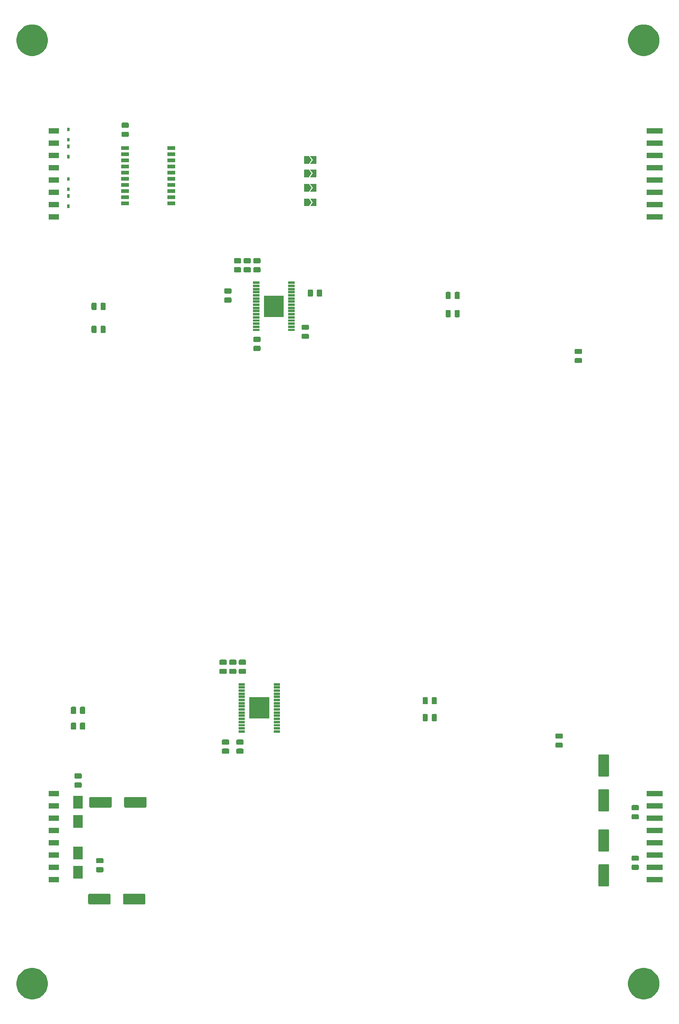
<source format=gbr>
G04 #@! TF.GenerationSoftware,KiCad,Pcbnew,(5.1.4)-1*
G04 #@! TF.CreationDate,2019-11-12T22:01:14+01:00*
G04 #@! TF.ProjectId,Digit_Colon,44696769-745f-4436-9f6c-6f6e2e6b6963,rev?*
G04 #@! TF.SameCoordinates,Original*
G04 #@! TF.FileFunction,Soldermask,Bot*
G04 #@! TF.FilePolarity,Negative*
%FSLAX46Y46*%
G04 Gerber Fmt 4.6, Leading zero omitted, Abs format (unit mm)*
G04 Created by KiCad (PCBNEW (5.1.4)-1) date 2019-11-12 22:01:14*
%MOMM*%
%LPD*%
G04 APERTURE LIST*
%ADD10C,0.100000*%
G04 APERTURE END LIST*
D10*
G36*
X196948282Y-225373934D02*
G01*
X197539926Y-225619001D01*
X198072392Y-225974784D01*
X198525216Y-226427608D01*
X198880999Y-226960074D01*
X199126066Y-227551718D01*
X199251000Y-228179804D01*
X199251000Y-228820196D01*
X199126066Y-229448282D01*
X198880999Y-230039926D01*
X198525216Y-230572392D01*
X198072392Y-231025216D01*
X197539926Y-231380999D01*
X196948282Y-231626066D01*
X196320196Y-231751000D01*
X195679804Y-231751000D01*
X195051718Y-231626066D01*
X194460074Y-231380999D01*
X193927608Y-231025216D01*
X193474784Y-230572392D01*
X193119001Y-230039926D01*
X192873934Y-229448282D01*
X192749000Y-228820196D01*
X192749000Y-228179804D01*
X192873934Y-227551718D01*
X193119001Y-226960074D01*
X193474784Y-226427608D01*
X193927608Y-225974784D01*
X194460074Y-225619001D01*
X195051718Y-225373934D01*
X195679804Y-225249000D01*
X196320196Y-225249000D01*
X196948282Y-225373934D01*
X196948282Y-225373934D01*
G37*
G36*
X70448282Y-225373934D02*
G01*
X71039926Y-225619001D01*
X71572392Y-225974784D01*
X72025216Y-226427608D01*
X72380999Y-226960074D01*
X72626066Y-227551718D01*
X72751000Y-228179804D01*
X72751000Y-228820196D01*
X72626066Y-229448282D01*
X72380999Y-230039926D01*
X72025216Y-230572392D01*
X71572392Y-231025216D01*
X71039926Y-231380999D01*
X70448282Y-231626066D01*
X69820196Y-231751000D01*
X69179804Y-231751000D01*
X68551718Y-231626066D01*
X67960074Y-231380999D01*
X67427608Y-231025216D01*
X66974784Y-230572392D01*
X66619001Y-230039926D01*
X66373934Y-229448282D01*
X66249000Y-228820196D01*
X66249000Y-228179804D01*
X66373934Y-227551718D01*
X66619001Y-226960074D01*
X66974784Y-226427608D01*
X67427608Y-225974784D01*
X67960074Y-225619001D01*
X68551718Y-225373934D01*
X69179804Y-225249000D01*
X69820196Y-225249000D01*
X70448282Y-225373934D01*
X70448282Y-225373934D01*
G37*
G36*
X85505310Y-209903790D02*
G01*
X85550886Y-209917616D01*
X85592895Y-209940070D01*
X85629714Y-209970286D01*
X85659930Y-210007105D01*
X85682384Y-210049114D01*
X85696210Y-210094690D01*
X85701000Y-210143328D01*
X85701000Y-211856672D01*
X85696210Y-211905310D01*
X85682384Y-211950886D01*
X85659930Y-211992895D01*
X85629714Y-212029714D01*
X85592895Y-212059930D01*
X85550886Y-212082384D01*
X85505310Y-212096210D01*
X85456672Y-212101000D01*
X81343328Y-212101000D01*
X81294690Y-212096210D01*
X81249114Y-212082384D01*
X81207105Y-212059930D01*
X81170286Y-212029714D01*
X81140070Y-211992895D01*
X81117616Y-211950886D01*
X81103790Y-211905310D01*
X81099000Y-211856672D01*
X81099000Y-210143328D01*
X81103790Y-210094690D01*
X81117616Y-210049114D01*
X81140070Y-210007105D01*
X81170286Y-209970286D01*
X81207105Y-209940070D01*
X81249114Y-209917616D01*
X81294690Y-209903790D01*
X81343328Y-209899000D01*
X85456672Y-209899000D01*
X85505310Y-209903790D01*
X85505310Y-209903790D01*
G37*
G36*
X92705310Y-209903790D02*
G01*
X92750886Y-209917616D01*
X92792895Y-209940070D01*
X92829714Y-209970286D01*
X92859930Y-210007105D01*
X92882384Y-210049114D01*
X92896210Y-210094690D01*
X92901000Y-210143328D01*
X92901000Y-211856672D01*
X92896210Y-211905310D01*
X92882384Y-211950886D01*
X92859930Y-211992895D01*
X92829714Y-212029714D01*
X92792895Y-212059930D01*
X92750886Y-212082384D01*
X92705310Y-212096210D01*
X92656672Y-212101000D01*
X88543328Y-212101000D01*
X88494690Y-212096210D01*
X88449114Y-212082384D01*
X88407105Y-212059930D01*
X88370286Y-212029714D01*
X88340070Y-211992895D01*
X88317616Y-211950886D01*
X88303790Y-211905310D01*
X88299000Y-211856672D01*
X88299000Y-210143328D01*
X88303790Y-210094690D01*
X88317616Y-210049114D01*
X88340070Y-210007105D01*
X88370286Y-209970286D01*
X88407105Y-209940070D01*
X88449114Y-209917616D01*
X88494690Y-209903790D01*
X88543328Y-209899000D01*
X92656672Y-209899000D01*
X92705310Y-209903790D01*
X92705310Y-209903790D01*
G37*
G36*
X188655310Y-203803790D02*
G01*
X188700886Y-203817616D01*
X188742895Y-203840070D01*
X188779714Y-203870286D01*
X188809930Y-203907105D01*
X188832384Y-203949114D01*
X188846210Y-203994690D01*
X188851000Y-204043328D01*
X188851000Y-208156672D01*
X188846210Y-208205310D01*
X188832384Y-208250886D01*
X188809930Y-208292895D01*
X188779714Y-208329714D01*
X188742895Y-208359930D01*
X188700886Y-208382384D01*
X188655310Y-208396210D01*
X188606672Y-208401000D01*
X186893328Y-208401000D01*
X186844690Y-208396210D01*
X186799114Y-208382384D01*
X186757105Y-208359930D01*
X186720286Y-208329714D01*
X186690070Y-208292895D01*
X186667616Y-208250886D01*
X186653790Y-208205310D01*
X186649000Y-208156672D01*
X186649000Y-204043328D01*
X186653790Y-203994690D01*
X186667616Y-203949114D01*
X186690070Y-203907105D01*
X186720286Y-203870286D01*
X186757105Y-203840070D01*
X186799114Y-203817616D01*
X186844690Y-203803790D01*
X186893328Y-203799000D01*
X188606672Y-203799000D01*
X188655310Y-203803790D01*
X188655310Y-203803790D01*
G37*
G36*
X75051000Y-207551000D02*
G01*
X72949000Y-207551000D01*
X72949000Y-206449000D01*
X75051000Y-206449000D01*
X75051000Y-207551000D01*
X75051000Y-207551000D01*
G37*
G36*
X199901000Y-207551000D02*
G01*
X196599000Y-207551000D01*
X196599000Y-206449000D01*
X199901000Y-206449000D01*
X199901000Y-207551000D01*
X199901000Y-207551000D01*
G37*
G36*
X79951000Y-206801000D02*
G01*
X78049000Y-206801000D01*
X78049000Y-204199000D01*
X79951000Y-204199000D01*
X79951000Y-206801000D01*
X79951000Y-206801000D01*
G37*
G36*
X84044316Y-204404053D02*
G01*
X84092462Y-204418657D01*
X84136823Y-204442369D01*
X84175714Y-204474286D01*
X84207631Y-204513177D01*
X84231343Y-204557538D01*
X84245947Y-204605684D01*
X84251000Y-204656982D01*
X84251000Y-205218018D01*
X84245947Y-205269316D01*
X84231343Y-205317462D01*
X84207631Y-205361823D01*
X84175714Y-205400714D01*
X84136823Y-205432631D01*
X84092462Y-205456343D01*
X84044316Y-205470947D01*
X83993018Y-205476000D01*
X83006982Y-205476000D01*
X82955684Y-205470947D01*
X82907538Y-205456343D01*
X82863177Y-205432631D01*
X82824286Y-205400714D01*
X82792369Y-205361823D01*
X82768657Y-205317462D01*
X82754053Y-205269316D01*
X82749000Y-205218018D01*
X82749000Y-204656982D01*
X82754053Y-204605684D01*
X82768657Y-204557538D01*
X82792369Y-204513177D01*
X82824286Y-204474286D01*
X82863177Y-204442369D01*
X82907538Y-204418657D01*
X82955684Y-204404053D01*
X83006982Y-204399000D01*
X83993018Y-204399000D01*
X84044316Y-204404053D01*
X84044316Y-204404053D01*
G37*
G36*
X75051000Y-205011000D02*
G01*
X72949000Y-205011000D01*
X72949000Y-203909000D01*
X75051000Y-203909000D01*
X75051000Y-205011000D01*
X75051000Y-205011000D01*
G37*
G36*
X199901000Y-205011000D02*
G01*
X196599000Y-205011000D01*
X196599000Y-203909000D01*
X199901000Y-203909000D01*
X199901000Y-205011000D01*
X199901000Y-205011000D01*
G37*
G36*
X194794316Y-203904053D02*
G01*
X194842462Y-203918657D01*
X194886823Y-203942369D01*
X194925714Y-203974286D01*
X194957631Y-204013177D01*
X194981343Y-204057538D01*
X194995947Y-204105684D01*
X195001000Y-204156982D01*
X195001000Y-204718018D01*
X194995947Y-204769316D01*
X194981343Y-204817462D01*
X194957631Y-204861823D01*
X194925714Y-204900714D01*
X194886823Y-204932631D01*
X194842462Y-204956343D01*
X194794316Y-204970947D01*
X194743018Y-204976000D01*
X193756982Y-204976000D01*
X193705684Y-204970947D01*
X193657538Y-204956343D01*
X193613177Y-204932631D01*
X193574286Y-204900714D01*
X193542369Y-204861823D01*
X193518657Y-204817462D01*
X193504053Y-204769316D01*
X193499000Y-204718018D01*
X193499000Y-204156982D01*
X193504053Y-204105684D01*
X193518657Y-204057538D01*
X193542369Y-204013177D01*
X193574286Y-203974286D01*
X193613177Y-203942369D01*
X193657538Y-203918657D01*
X193705684Y-203904053D01*
X193756982Y-203899000D01*
X194743018Y-203899000D01*
X194794316Y-203904053D01*
X194794316Y-203904053D01*
G37*
G36*
X84044316Y-202529053D02*
G01*
X84092462Y-202543657D01*
X84136823Y-202567369D01*
X84175714Y-202599286D01*
X84207631Y-202638177D01*
X84231343Y-202682538D01*
X84245947Y-202730684D01*
X84251000Y-202781982D01*
X84251000Y-203343018D01*
X84245947Y-203394316D01*
X84231343Y-203442462D01*
X84207631Y-203486823D01*
X84175714Y-203525714D01*
X84136823Y-203557631D01*
X84092462Y-203581343D01*
X84044316Y-203595947D01*
X83993018Y-203601000D01*
X83006982Y-203601000D01*
X82955684Y-203595947D01*
X82907538Y-203581343D01*
X82863177Y-203557631D01*
X82824286Y-203525714D01*
X82792369Y-203486823D01*
X82768657Y-203442462D01*
X82754053Y-203394316D01*
X82749000Y-203343018D01*
X82749000Y-202781982D01*
X82754053Y-202730684D01*
X82768657Y-202682538D01*
X82792369Y-202638177D01*
X82824286Y-202599286D01*
X82863177Y-202567369D01*
X82907538Y-202543657D01*
X82955684Y-202529053D01*
X83006982Y-202524000D01*
X83993018Y-202524000D01*
X84044316Y-202529053D01*
X84044316Y-202529053D01*
G37*
G36*
X194794316Y-202029053D02*
G01*
X194842462Y-202043657D01*
X194886823Y-202067369D01*
X194925714Y-202099286D01*
X194957631Y-202138177D01*
X194981343Y-202182538D01*
X194995947Y-202230684D01*
X195001000Y-202281982D01*
X195001000Y-202843018D01*
X194995947Y-202894316D01*
X194981343Y-202942462D01*
X194957631Y-202986823D01*
X194925714Y-203025714D01*
X194886823Y-203057631D01*
X194842462Y-203081343D01*
X194794316Y-203095947D01*
X194743018Y-203101000D01*
X193756982Y-203101000D01*
X193705684Y-203095947D01*
X193657538Y-203081343D01*
X193613177Y-203057631D01*
X193574286Y-203025714D01*
X193542369Y-202986823D01*
X193518657Y-202942462D01*
X193504053Y-202894316D01*
X193499000Y-202843018D01*
X193499000Y-202281982D01*
X193504053Y-202230684D01*
X193518657Y-202182538D01*
X193542369Y-202138177D01*
X193574286Y-202099286D01*
X193613177Y-202067369D01*
X193657538Y-202043657D01*
X193705684Y-202029053D01*
X193756982Y-202024000D01*
X194743018Y-202024000D01*
X194794316Y-202029053D01*
X194794316Y-202029053D01*
G37*
G36*
X79951000Y-202801000D02*
G01*
X78049000Y-202801000D01*
X78049000Y-200199000D01*
X79951000Y-200199000D01*
X79951000Y-202801000D01*
X79951000Y-202801000D01*
G37*
G36*
X75051000Y-202471000D02*
G01*
X72949000Y-202471000D01*
X72949000Y-201369000D01*
X75051000Y-201369000D01*
X75051000Y-202471000D01*
X75051000Y-202471000D01*
G37*
G36*
X199901000Y-202471000D02*
G01*
X196599000Y-202471000D01*
X196599000Y-201369000D01*
X199901000Y-201369000D01*
X199901000Y-202471000D01*
X199901000Y-202471000D01*
G37*
G36*
X188655310Y-196603790D02*
G01*
X188700886Y-196617616D01*
X188742895Y-196640070D01*
X188779714Y-196670286D01*
X188809930Y-196707105D01*
X188832384Y-196749114D01*
X188846210Y-196794690D01*
X188851000Y-196843328D01*
X188851000Y-200956672D01*
X188846210Y-201005310D01*
X188832384Y-201050886D01*
X188809930Y-201092895D01*
X188779714Y-201129714D01*
X188742895Y-201159930D01*
X188700886Y-201182384D01*
X188655310Y-201196210D01*
X188606672Y-201201000D01*
X186893328Y-201201000D01*
X186844690Y-201196210D01*
X186799114Y-201182384D01*
X186757105Y-201159930D01*
X186720286Y-201129714D01*
X186690070Y-201092895D01*
X186667616Y-201050886D01*
X186653790Y-201005310D01*
X186649000Y-200956672D01*
X186649000Y-196843328D01*
X186653790Y-196794690D01*
X186667616Y-196749114D01*
X186690070Y-196707105D01*
X186720286Y-196670286D01*
X186757105Y-196640070D01*
X186799114Y-196617616D01*
X186844690Y-196603790D01*
X186893328Y-196599000D01*
X188606672Y-196599000D01*
X188655310Y-196603790D01*
X188655310Y-196603790D01*
G37*
G36*
X199901000Y-199931000D02*
G01*
X196599000Y-199931000D01*
X196599000Y-198829000D01*
X199901000Y-198829000D01*
X199901000Y-199931000D01*
X199901000Y-199931000D01*
G37*
G36*
X75051000Y-199931000D02*
G01*
X72949000Y-199931000D01*
X72949000Y-198829000D01*
X75051000Y-198829000D01*
X75051000Y-199931000D01*
X75051000Y-199931000D01*
G37*
G36*
X199901000Y-197391000D02*
G01*
X196599000Y-197391000D01*
X196599000Y-196289000D01*
X199901000Y-196289000D01*
X199901000Y-197391000D01*
X199901000Y-197391000D01*
G37*
G36*
X75051000Y-197391000D02*
G01*
X72949000Y-197391000D01*
X72949000Y-196289000D01*
X75051000Y-196289000D01*
X75051000Y-197391000D01*
X75051000Y-197391000D01*
G37*
G36*
X79951000Y-196301000D02*
G01*
X78049000Y-196301000D01*
X78049000Y-193699000D01*
X79951000Y-193699000D01*
X79951000Y-196301000D01*
X79951000Y-196301000D01*
G37*
G36*
X199901000Y-194851000D02*
G01*
X196599000Y-194851000D01*
X196599000Y-193749000D01*
X199901000Y-193749000D01*
X199901000Y-194851000D01*
X199901000Y-194851000D01*
G37*
G36*
X75051000Y-194851000D02*
G01*
X72949000Y-194851000D01*
X72949000Y-193749000D01*
X75051000Y-193749000D01*
X75051000Y-194851000D01*
X75051000Y-194851000D01*
G37*
G36*
X194794316Y-193466553D02*
G01*
X194842462Y-193481157D01*
X194886823Y-193504869D01*
X194925714Y-193536786D01*
X194957631Y-193575677D01*
X194981343Y-193620038D01*
X194995947Y-193668184D01*
X195001000Y-193719482D01*
X195001000Y-194280518D01*
X194995947Y-194331816D01*
X194981343Y-194379962D01*
X194957631Y-194424323D01*
X194925714Y-194463214D01*
X194886823Y-194495131D01*
X194842462Y-194518843D01*
X194794316Y-194533447D01*
X194743018Y-194538500D01*
X193756982Y-194538500D01*
X193705684Y-194533447D01*
X193657538Y-194518843D01*
X193613177Y-194495131D01*
X193574286Y-194463214D01*
X193542369Y-194424323D01*
X193518657Y-194379962D01*
X193504053Y-194331816D01*
X193499000Y-194280518D01*
X193499000Y-193719482D01*
X193504053Y-193668184D01*
X193518657Y-193620038D01*
X193542369Y-193575677D01*
X193574286Y-193536786D01*
X193613177Y-193504869D01*
X193657538Y-193481157D01*
X193705684Y-193466553D01*
X193756982Y-193461500D01*
X194743018Y-193461500D01*
X194794316Y-193466553D01*
X194794316Y-193466553D01*
G37*
G36*
X188655310Y-188303790D02*
G01*
X188700886Y-188317616D01*
X188742895Y-188340070D01*
X188779714Y-188370286D01*
X188809930Y-188407105D01*
X188832384Y-188449114D01*
X188846210Y-188494690D01*
X188851000Y-188543328D01*
X188851000Y-192656672D01*
X188846210Y-192705310D01*
X188832384Y-192750886D01*
X188809930Y-192792895D01*
X188779714Y-192829714D01*
X188742895Y-192859930D01*
X188700886Y-192882384D01*
X188655310Y-192896210D01*
X188606672Y-192901000D01*
X186893328Y-192901000D01*
X186844690Y-192896210D01*
X186799114Y-192882384D01*
X186757105Y-192859930D01*
X186720286Y-192829714D01*
X186690070Y-192792895D01*
X186667616Y-192750886D01*
X186653790Y-192705310D01*
X186649000Y-192656672D01*
X186649000Y-188543328D01*
X186653790Y-188494690D01*
X186667616Y-188449114D01*
X186690070Y-188407105D01*
X186720286Y-188370286D01*
X186757105Y-188340070D01*
X186799114Y-188317616D01*
X186844690Y-188303790D01*
X186893328Y-188299000D01*
X188606672Y-188299000D01*
X188655310Y-188303790D01*
X188655310Y-188303790D01*
G37*
G36*
X194794316Y-191591553D02*
G01*
X194842462Y-191606157D01*
X194886823Y-191629869D01*
X194925714Y-191661786D01*
X194957631Y-191700677D01*
X194981343Y-191745038D01*
X194995947Y-191793184D01*
X195001000Y-191844482D01*
X195001000Y-192405518D01*
X194995947Y-192456816D01*
X194981343Y-192504962D01*
X194957631Y-192549323D01*
X194925714Y-192588214D01*
X194886823Y-192620131D01*
X194842462Y-192643843D01*
X194794316Y-192658447D01*
X194743018Y-192663500D01*
X193756982Y-192663500D01*
X193705684Y-192658447D01*
X193657538Y-192643843D01*
X193613177Y-192620131D01*
X193574286Y-192588214D01*
X193542369Y-192549323D01*
X193518657Y-192504962D01*
X193504053Y-192456816D01*
X193499000Y-192405518D01*
X193499000Y-191844482D01*
X193504053Y-191793184D01*
X193518657Y-191745038D01*
X193542369Y-191700677D01*
X193574286Y-191661786D01*
X193613177Y-191629869D01*
X193657538Y-191606157D01*
X193705684Y-191591553D01*
X193756982Y-191586500D01*
X194743018Y-191586500D01*
X194794316Y-191591553D01*
X194794316Y-191591553D01*
G37*
G36*
X75051000Y-192311000D02*
G01*
X72949000Y-192311000D01*
X72949000Y-191209000D01*
X75051000Y-191209000D01*
X75051000Y-192311000D01*
X75051000Y-192311000D01*
G37*
G36*
X199901000Y-192311000D02*
G01*
X196599000Y-192311000D01*
X196599000Y-191209000D01*
X199901000Y-191209000D01*
X199901000Y-192311000D01*
X199901000Y-192311000D01*
G37*
G36*
X79951000Y-192301000D02*
G01*
X78049000Y-192301000D01*
X78049000Y-189699000D01*
X79951000Y-189699000D01*
X79951000Y-192301000D01*
X79951000Y-192301000D01*
G37*
G36*
X92955310Y-189903790D02*
G01*
X93000886Y-189917616D01*
X93042895Y-189940070D01*
X93079714Y-189970286D01*
X93109930Y-190007105D01*
X93132384Y-190049114D01*
X93146210Y-190094690D01*
X93151000Y-190143328D01*
X93151000Y-191856672D01*
X93146210Y-191905310D01*
X93132384Y-191950886D01*
X93109930Y-191992895D01*
X93079714Y-192029714D01*
X93042895Y-192059930D01*
X93000886Y-192082384D01*
X92955310Y-192096210D01*
X92906672Y-192101000D01*
X88793328Y-192101000D01*
X88744690Y-192096210D01*
X88699114Y-192082384D01*
X88657105Y-192059930D01*
X88620286Y-192029714D01*
X88590070Y-191992895D01*
X88567616Y-191950886D01*
X88553790Y-191905310D01*
X88549000Y-191856672D01*
X88549000Y-190143328D01*
X88553790Y-190094690D01*
X88567616Y-190049114D01*
X88590070Y-190007105D01*
X88620286Y-189970286D01*
X88657105Y-189940070D01*
X88699114Y-189917616D01*
X88744690Y-189903790D01*
X88793328Y-189899000D01*
X92906672Y-189899000D01*
X92955310Y-189903790D01*
X92955310Y-189903790D01*
G37*
G36*
X85755310Y-189903790D02*
G01*
X85800886Y-189917616D01*
X85842895Y-189940070D01*
X85879714Y-189970286D01*
X85909930Y-190007105D01*
X85932384Y-190049114D01*
X85946210Y-190094690D01*
X85951000Y-190143328D01*
X85951000Y-191856672D01*
X85946210Y-191905310D01*
X85932384Y-191950886D01*
X85909930Y-191992895D01*
X85879714Y-192029714D01*
X85842895Y-192059930D01*
X85800886Y-192082384D01*
X85755310Y-192096210D01*
X85706672Y-192101000D01*
X81593328Y-192101000D01*
X81544690Y-192096210D01*
X81499114Y-192082384D01*
X81457105Y-192059930D01*
X81420286Y-192029714D01*
X81390070Y-191992895D01*
X81367616Y-191950886D01*
X81353790Y-191905310D01*
X81349000Y-191856672D01*
X81349000Y-190143328D01*
X81353790Y-190094690D01*
X81367616Y-190049114D01*
X81390070Y-190007105D01*
X81420286Y-189970286D01*
X81457105Y-189940070D01*
X81499114Y-189917616D01*
X81544690Y-189903790D01*
X81593328Y-189899000D01*
X85706672Y-189899000D01*
X85755310Y-189903790D01*
X85755310Y-189903790D01*
G37*
G36*
X75051000Y-189771000D02*
G01*
X72949000Y-189771000D01*
X72949000Y-188669000D01*
X75051000Y-188669000D01*
X75051000Y-189771000D01*
X75051000Y-189771000D01*
G37*
G36*
X199901000Y-189771000D02*
G01*
X196599000Y-189771000D01*
X196599000Y-188669000D01*
X199901000Y-188669000D01*
X199901000Y-189771000D01*
X199901000Y-189771000D01*
G37*
G36*
X79544316Y-186904053D02*
G01*
X79592462Y-186918657D01*
X79636823Y-186942369D01*
X79675714Y-186974286D01*
X79707631Y-187013177D01*
X79731343Y-187057538D01*
X79745947Y-187105684D01*
X79751000Y-187156982D01*
X79751000Y-187718018D01*
X79745947Y-187769316D01*
X79731343Y-187817462D01*
X79707631Y-187861823D01*
X79675714Y-187900714D01*
X79636823Y-187932631D01*
X79592462Y-187956343D01*
X79544316Y-187970947D01*
X79493018Y-187976000D01*
X78506982Y-187976000D01*
X78455684Y-187970947D01*
X78407538Y-187956343D01*
X78363177Y-187932631D01*
X78324286Y-187900714D01*
X78292369Y-187861823D01*
X78268657Y-187817462D01*
X78254053Y-187769316D01*
X78249000Y-187718018D01*
X78249000Y-187156982D01*
X78254053Y-187105684D01*
X78268657Y-187057538D01*
X78292369Y-187013177D01*
X78324286Y-186974286D01*
X78363177Y-186942369D01*
X78407538Y-186918657D01*
X78455684Y-186904053D01*
X78506982Y-186899000D01*
X79493018Y-186899000D01*
X79544316Y-186904053D01*
X79544316Y-186904053D01*
G37*
G36*
X79544316Y-185029053D02*
G01*
X79592462Y-185043657D01*
X79636823Y-185067369D01*
X79675714Y-185099286D01*
X79707631Y-185138177D01*
X79731343Y-185182538D01*
X79745947Y-185230684D01*
X79751000Y-185281982D01*
X79751000Y-185843018D01*
X79745947Y-185894316D01*
X79731343Y-185942462D01*
X79707631Y-185986823D01*
X79675714Y-186025714D01*
X79636823Y-186057631D01*
X79592462Y-186081343D01*
X79544316Y-186095947D01*
X79493018Y-186101000D01*
X78506982Y-186101000D01*
X78455684Y-186095947D01*
X78407538Y-186081343D01*
X78363177Y-186057631D01*
X78324286Y-186025714D01*
X78292369Y-185986823D01*
X78268657Y-185942462D01*
X78254053Y-185894316D01*
X78249000Y-185843018D01*
X78249000Y-185281982D01*
X78254053Y-185230684D01*
X78268657Y-185182538D01*
X78292369Y-185138177D01*
X78324286Y-185099286D01*
X78363177Y-185067369D01*
X78407538Y-185043657D01*
X78455684Y-185029053D01*
X78506982Y-185024000D01*
X79493018Y-185024000D01*
X79544316Y-185029053D01*
X79544316Y-185029053D01*
G37*
G36*
X188655310Y-181103790D02*
G01*
X188700886Y-181117616D01*
X188742895Y-181140070D01*
X188779714Y-181170286D01*
X188809930Y-181207105D01*
X188832384Y-181249114D01*
X188846210Y-181294690D01*
X188851000Y-181343328D01*
X188851000Y-185456672D01*
X188846210Y-185505310D01*
X188832384Y-185550886D01*
X188809930Y-185592895D01*
X188779714Y-185629714D01*
X188742895Y-185659930D01*
X188700886Y-185682384D01*
X188655310Y-185696210D01*
X188606672Y-185701000D01*
X186893328Y-185701000D01*
X186844690Y-185696210D01*
X186799114Y-185682384D01*
X186757105Y-185659930D01*
X186720286Y-185629714D01*
X186690070Y-185592895D01*
X186667616Y-185550886D01*
X186653790Y-185505310D01*
X186649000Y-185456672D01*
X186649000Y-181343328D01*
X186653790Y-181294690D01*
X186667616Y-181249114D01*
X186690070Y-181207105D01*
X186720286Y-181170286D01*
X186757105Y-181140070D01*
X186799114Y-181117616D01*
X186844690Y-181103790D01*
X186893328Y-181099000D01*
X188606672Y-181099000D01*
X188655310Y-181103790D01*
X188655310Y-181103790D01*
G37*
G36*
X113044316Y-179904053D02*
G01*
X113092462Y-179918657D01*
X113136823Y-179942369D01*
X113175714Y-179974286D01*
X113207631Y-180013177D01*
X113231343Y-180057538D01*
X113245947Y-180105684D01*
X113251000Y-180156982D01*
X113251000Y-180718018D01*
X113245947Y-180769316D01*
X113231343Y-180817462D01*
X113207631Y-180861823D01*
X113175714Y-180900714D01*
X113136823Y-180932631D01*
X113092462Y-180956343D01*
X113044316Y-180970947D01*
X112993018Y-180976000D01*
X112006982Y-180976000D01*
X111955684Y-180970947D01*
X111907538Y-180956343D01*
X111863177Y-180932631D01*
X111824286Y-180900714D01*
X111792369Y-180861823D01*
X111768657Y-180817462D01*
X111754053Y-180769316D01*
X111749000Y-180718018D01*
X111749000Y-180156982D01*
X111754053Y-180105684D01*
X111768657Y-180057538D01*
X111792369Y-180013177D01*
X111824286Y-179974286D01*
X111863177Y-179942369D01*
X111907538Y-179918657D01*
X111955684Y-179904053D01*
X112006982Y-179899000D01*
X112993018Y-179899000D01*
X113044316Y-179904053D01*
X113044316Y-179904053D01*
G37*
G36*
X110044316Y-179904053D02*
G01*
X110092462Y-179918657D01*
X110136823Y-179942369D01*
X110175714Y-179974286D01*
X110207631Y-180013177D01*
X110231343Y-180057538D01*
X110245947Y-180105684D01*
X110251000Y-180156982D01*
X110251000Y-180718018D01*
X110245947Y-180769316D01*
X110231343Y-180817462D01*
X110207631Y-180861823D01*
X110175714Y-180900714D01*
X110136823Y-180932631D01*
X110092462Y-180956343D01*
X110044316Y-180970947D01*
X109993018Y-180976000D01*
X109006982Y-180976000D01*
X108955684Y-180970947D01*
X108907538Y-180956343D01*
X108863177Y-180932631D01*
X108824286Y-180900714D01*
X108792369Y-180861823D01*
X108768657Y-180817462D01*
X108754053Y-180769316D01*
X108749000Y-180718018D01*
X108749000Y-180156982D01*
X108754053Y-180105684D01*
X108768657Y-180057538D01*
X108792369Y-180013177D01*
X108824286Y-179974286D01*
X108863177Y-179942369D01*
X108907538Y-179918657D01*
X108955684Y-179904053D01*
X109006982Y-179899000D01*
X109993018Y-179899000D01*
X110044316Y-179904053D01*
X110044316Y-179904053D01*
G37*
G36*
X179044316Y-178654053D02*
G01*
X179092462Y-178668657D01*
X179136823Y-178692369D01*
X179175714Y-178724286D01*
X179207631Y-178763177D01*
X179231343Y-178807538D01*
X179245947Y-178855684D01*
X179251000Y-178906982D01*
X179251000Y-179468018D01*
X179245947Y-179519316D01*
X179231343Y-179567462D01*
X179207631Y-179611823D01*
X179175714Y-179650714D01*
X179136823Y-179682631D01*
X179092462Y-179706343D01*
X179044316Y-179720947D01*
X178993018Y-179726000D01*
X178006982Y-179726000D01*
X177955684Y-179720947D01*
X177907538Y-179706343D01*
X177863177Y-179682631D01*
X177824286Y-179650714D01*
X177792369Y-179611823D01*
X177768657Y-179567462D01*
X177754053Y-179519316D01*
X177749000Y-179468018D01*
X177749000Y-178906982D01*
X177754053Y-178855684D01*
X177768657Y-178807538D01*
X177792369Y-178763177D01*
X177824286Y-178724286D01*
X177863177Y-178692369D01*
X177907538Y-178668657D01*
X177955684Y-178654053D01*
X178006982Y-178649000D01*
X178993018Y-178649000D01*
X179044316Y-178654053D01*
X179044316Y-178654053D01*
G37*
G36*
X113044316Y-178029053D02*
G01*
X113092462Y-178043657D01*
X113136823Y-178067369D01*
X113175714Y-178099286D01*
X113207631Y-178138177D01*
X113231343Y-178182538D01*
X113245947Y-178230684D01*
X113251000Y-178281982D01*
X113251000Y-178843018D01*
X113245947Y-178894316D01*
X113231343Y-178942462D01*
X113207631Y-178986823D01*
X113175714Y-179025714D01*
X113136823Y-179057631D01*
X113092462Y-179081343D01*
X113044316Y-179095947D01*
X112993018Y-179101000D01*
X112006982Y-179101000D01*
X111955684Y-179095947D01*
X111907538Y-179081343D01*
X111863177Y-179057631D01*
X111824286Y-179025714D01*
X111792369Y-178986823D01*
X111768657Y-178942462D01*
X111754053Y-178894316D01*
X111749000Y-178843018D01*
X111749000Y-178281982D01*
X111754053Y-178230684D01*
X111768657Y-178182538D01*
X111792369Y-178138177D01*
X111824286Y-178099286D01*
X111863177Y-178067369D01*
X111907538Y-178043657D01*
X111955684Y-178029053D01*
X112006982Y-178024000D01*
X112993018Y-178024000D01*
X113044316Y-178029053D01*
X113044316Y-178029053D01*
G37*
G36*
X110044316Y-178029053D02*
G01*
X110092462Y-178043657D01*
X110136823Y-178067369D01*
X110175714Y-178099286D01*
X110207631Y-178138177D01*
X110231343Y-178182538D01*
X110245947Y-178230684D01*
X110251000Y-178281982D01*
X110251000Y-178843018D01*
X110245947Y-178894316D01*
X110231343Y-178942462D01*
X110207631Y-178986823D01*
X110175714Y-179025714D01*
X110136823Y-179057631D01*
X110092462Y-179081343D01*
X110044316Y-179095947D01*
X109993018Y-179101000D01*
X109006982Y-179101000D01*
X108955684Y-179095947D01*
X108907538Y-179081343D01*
X108863177Y-179057631D01*
X108824286Y-179025714D01*
X108792369Y-178986823D01*
X108768657Y-178942462D01*
X108754053Y-178894316D01*
X108749000Y-178843018D01*
X108749000Y-178281982D01*
X108754053Y-178230684D01*
X108768657Y-178182538D01*
X108792369Y-178138177D01*
X108824286Y-178099286D01*
X108863177Y-178067369D01*
X108907538Y-178043657D01*
X108955684Y-178029053D01*
X109006982Y-178024000D01*
X109993018Y-178024000D01*
X110044316Y-178029053D01*
X110044316Y-178029053D01*
G37*
G36*
X179044316Y-176779053D02*
G01*
X179092462Y-176793657D01*
X179136823Y-176817369D01*
X179175714Y-176849286D01*
X179207631Y-176888177D01*
X179231343Y-176932538D01*
X179245947Y-176980684D01*
X179251000Y-177031982D01*
X179251000Y-177593018D01*
X179245947Y-177644316D01*
X179231343Y-177692462D01*
X179207631Y-177736823D01*
X179175714Y-177775714D01*
X179136823Y-177807631D01*
X179092462Y-177831343D01*
X179044316Y-177845947D01*
X178993018Y-177851000D01*
X178006982Y-177851000D01*
X177955684Y-177845947D01*
X177907538Y-177831343D01*
X177863177Y-177807631D01*
X177824286Y-177775714D01*
X177792369Y-177736823D01*
X177768657Y-177692462D01*
X177754053Y-177644316D01*
X177749000Y-177593018D01*
X177749000Y-177031982D01*
X177754053Y-176980684D01*
X177768657Y-176932538D01*
X177792369Y-176888177D01*
X177824286Y-176849286D01*
X177863177Y-176817369D01*
X177907538Y-176793657D01*
X177955684Y-176779053D01*
X178006982Y-176774000D01*
X178993018Y-176774000D01*
X179044316Y-176779053D01*
X179044316Y-176779053D01*
G37*
G36*
X120801000Y-176626000D02*
G01*
X119499000Y-176626000D01*
X119499000Y-176124000D01*
X120801000Y-176124000D01*
X120801000Y-176626000D01*
X120801000Y-176626000D01*
G37*
G36*
X113501000Y-176626000D02*
G01*
X112199000Y-176626000D01*
X112199000Y-176124000D01*
X113501000Y-176124000D01*
X113501000Y-176626000D01*
X113501000Y-176626000D01*
G37*
G36*
X80269316Y-174504053D02*
G01*
X80317462Y-174518657D01*
X80361823Y-174542369D01*
X80400714Y-174574286D01*
X80432631Y-174613177D01*
X80456343Y-174657538D01*
X80470947Y-174705684D01*
X80476000Y-174756982D01*
X80476000Y-175743018D01*
X80470947Y-175794316D01*
X80456343Y-175842462D01*
X80432631Y-175886823D01*
X80400714Y-175925714D01*
X80361823Y-175957631D01*
X80317462Y-175981343D01*
X80269316Y-175995947D01*
X80218018Y-176001000D01*
X79656982Y-176001000D01*
X79605684Y-175995947D01*
X79557538Y-175981343D01*
X79513177Y-175957631D01*
X79474286Y-175925714D01*
X79442369Y-175886823D01*
X79418657Y-175842462D01*
X79404053Y-175794316D01*
X79399000Y-175743018D01*
X79399000Y-174756982D01*
X79404053Y-174705684D01*
X79418657Y-174657538D01*
X79442369Y-174613177D01*
X79474286Y-174574286D01*
X79513177Y-174542369D01*
X79557538Y-174518657D01*
X79605684Y-174504053D01*
X79656982Y-174499000D01*
X80218018Y-174499000D01*
X80269316Y-174504053D01*
X80269316Y-174504053D01*
G37*
G36*
X78394316Y-174504053D02*
G01*
X78442462Y-174518657D01*
X78486823Y-174542369D01*
X78525714Y-174574286D01*
X78557631Y-174613177D01*
X78581343Y-174657538D01*
X78595947Y-174705684D01*
X78601000Y-174756982D01*
X78601000Y-175743018D01*
X78595947Y-175794316D01*
X78581343Y-175842462D01*
X78557631Y-175886823D01*
X78525714Y-175925714D01*
X78486823Y-175957631D01*
X78442462Y-175981343D01*
X78394316Y-175995947D01*
X78343018Y-176001000D01*
X77781982Y-176001000D01*
X77730684Y-175995947D01*
X77682538Y-175981343D01*
X77638177Y-175957631D01*
X77599286Y-175925714D01*
X77567369Y-175886823D01*
X77543657Y-175842462D01*
X77529053Y-175794316D01*
X77524000Y-175743018D01*
X77524000Y-174756982D01*
X77529053Y-174705684D01*
X77543657Y-174657538D01*
X77567369Y-174613177D01*
X77599286Y-174574286D01*
X77638177Y-174542369D01*
X77682538Y-174518657D01*
X77730684Y-174504053D01*
X77781982Y-174499000D01*
X78343018Y-174499000D01*
X78394316Y-174504053D01*
X78394316Y-174504053D01*
G37*
G36*
X113501000Y-175976000D02*
G01*
X112199000Y-175976000D01*
X112199000Y-175474000D01*
X113501000Y-175474000D01*
X113501000Y-175976000D01*
X113501000Y-175976000D01*
G37*
G36*
X120801000Y-175976000D02*
G01*
X119499000Y-175976000D01*
X119499000Y-175474000D01*
X120801000Y-175474000D01*
X120801000Y-175976000D01*
X120801000Y-175976000D01*
G37*
G36*
X113501000Y-175326000D02*
G01*
X112199000Y-175326000D01*
X112199000Y-174824000D01*
X113501000Y-174824000D01*
X113501000Y-175326000D01*
X113501000Y-175326000D01*
G37*
G36*
X120801000Y-175326000D02*
G01*
X119499000Y-175326000D01*
X119499000Y-174824000D01*
X120801000Y-174824000D01*
X120801000Y-175326000D01*
X120801000Y-175326000D01*
G37*
G36*
X113501000Y-174676000D02*
G01*
X112199000Y-174676000D01*
X112199000Y-174174000D01*
X113501000Y-174174000D01*
X113501000Y-174676000D01*
X113501000Y-174676000D01*
G37*
G36*
X120801000Y-174676000D02*
G01*
X119499000Y-174676000D01*
X119499000Y-174174000D01*
X120801000Y-174174000D01*
X120801000Y-174676000D01*
X120801000Y-174676000D01*
G37*
G36*
X151144316Y-172754053D02*
G01*
X151192462Y-172768657D01*
X151236823Y-172792369D01*
X151275714Y-172824286D01*
X151307631Y-172863177D01*
X151331343Y-172907538D01*
X151345947Y-172955684D01*
X151351000Y-173006982D01*
X151351000Y-173993018D01*
X151345947Y-174044316D01*
X151331343Y-174092462D01*
X151307631Y-174136823D01*
X151275714Y-174175714D01*
X151236823Y-174207631D01*
X151192462Y-174231343D01*
X151144316Y-174245947D01*
X151093018Y-174251000D01*
X150531982Y-174251000D01*
X150480684Y-174245947D01*
X150432538Y-174231343D01*
X150388177Y-174207631D01*
X150349286Y-174175714D01*
X150317369Y-174136823D01*
X150293657Y-174092462D01*
X150279053Y-174044316D01*
X150274000Y-173993018D01*
X150274000Y-173006982D01*
X150279053Y-172955684D01*
X150293657Y-172907538D01*
X150317369Y-172863177D01*
X150349286Y-172824286D01*
X150388177Y-172792369D01*
X150432538Y-172768657D01*
X150480684Y-172754053D01*
X150531982Y-172749000D01*
X151093018Y-172749000D01*
X151144316Y-172754053D01*
X151144316Y-172754053D01*
G37*
G36*
X153019316Y-172754053D02*
G01*
X153067462Y-172768657D01*
X153111823Y-172792369D01*
X153150714Y-172824286D01*
X153182631Y-172863177D01*
X153206343Y-172907538D01*
X153220947Y-172955684D01*
X153226000Y-173006982D01*
X153226000Y-173993018D01*
X153220947Y-174044316D01*
X153206343Y-174092462D01*
X153182631Y-174136823D01*
X153150714Y-174175714D01*
X153111823Y-174207631D01*
X153067462Y-174231343D01*
X153019316Y-174245947D01*
X152968018Y-174251000D01*
X152406982Y-174251000D01*
X152355684Y-174245947D01*
X152307538Y-174231343D01*
X152263177Y-174207631D01*
X152224286Y-174175714D01*
X152192369Y-174136823D01*
X152168657Y-174092462D01*
X152154053Y-174044316D01*
X152149000Y-173993018D01*
X152149000Y-173006982D01*
X152154053Y-172955684D01*
X152168657Y-172907538D01*
X152192369Y-172863177D01*
X152224286Y-172824286D01*
X152263177Y-172792369D01*
X152307538Y-172768657D01*
X152355684Y-172754053D01*
X152406982Y-172749000D01*
X152968018Y-172749000D01*
X153019316Y-172754053D01*
X153019316Y-172754053D01*
G37*
G36*
X113501000Y-174026000D02*
G01*
X112199000Y-174026000D01*
X112199000Y-173524000D01*
X113501000Y-173524000D01*
X113501000Y-174026000D01*
X113501000Y-174026000D01*
G37*
G36*
X120801000Y-174026000D02*
G01*
X119499000Y-174026000D01*
X119499000Y-173524000D01*
X120801000Y-173524000D01*
X120801000Y-174026000D01*
X120801000Y-174026000D01*
G37*
G36*
X118555000Y-173680000D02*
G01*
X114445000Y-173680000D01*
X114445000Y-169320000D01*
X118555000Y-169320000D01*
X118555000Y-173680000D01*
X118555000Y-173680000D01*
G37*
G36*
X120801000Y-173376000D02*
G01*
X119499000Y-173376000D01*
X119499000Y-172874000D01*
X120801000Y-172874000D01*
X120801000Y-173376000D01*
X120801000Y-173376000D01*
G37*
G36*
X113501000Y-173376000D02*
G01*
X112199000Y-173376000D01*
X112199000Y-172874000D01*
X113501000Y-172874000D01*
X113501000Y-173376000D01*
X113501000Y-173376000D01*
G37*
G36*
X78394316Y-171254053D02*
G01*
X78442462Y-171268657D01*
X78486823Y-171292369D01*
X78525714Y-171324286D01*
X78557631Y-171363177D01*
X78581343Y-171407538D01*
X78595947Y-171455684D01*
X78601000Y-171506982D01*
X78601000Y-172493018D01*
X78595947Y-172544316D01*
X78581343Y-172592462D01*
X78557631Y-172636823D01*
X78525714Y-172675714D01*
X78486823Y-172707631D01*
X78442462Y-172731343D01*
X78394316Y-172745947D01*
X78343018Y-172751000D01*
X77781982Y-172751000D01*
X77730684Y-172745947D01*
X77682538Y-172731343D01*
X77638177Y-172707631D01*
X77599286Y-172675714D01*
X77567369Y-172636823D01*
X77543657Y-172592462D01*
X77529053Y-172544316D01*
X77524000Y-172493018D01*
X77524000Y-171506982D01*
X77529053Y-171455684D01*
X77543657Y-171407538D01*
X77567369Y-171363177D01*
X77599286Y-171324286D01*
X77638177Y-171292369D01*
X77682538Y-171268657D01*
X77730684Y-171254053D01*
X77781982Y-171249000D01*
X78343018Y-171249000D01*
X78394316Y-171254053D01*
X78394316Y-171254053D01*
G37*
G36*
X80269316Y-171254053D02*
G01*
X80317462Y-171268657D01*
X80361823Y-171292369D01*
X80400714Y-171324286D01*
X80432631Y-171363177D01*
X80456343Y-171407538D01*
X80470947Y-171455684D01*
X80476000Y-171506982D01*
X80476000Y-172493018D01*
X80470947Y-172544316D01*
X80456343Y-172592462D01*
X80432631Y-172636823D01*
X80400714Y-172675714D01*
X80361823Y-172707631D01*
X80317462Y-172731343D01*
X80269316Y-172745947D01*
X80218018Y-172751000D01*
X79656982Y-172751000D01*
X79605684Y-172745947D01*
X79557538Y-172731343D01*
X79513177Y-172707631D01*
X79474286Y-172675714D01*
X79442369Y-172636823D01*
X79418657Y-172592462D01*
X79404053Y-172544316D01*
X79399000Y-172493018D01*
X79399000Y-171506982D01*
X79404053Y-171455684D01*
X79418657Y-171407538D01*
X79442369Y-171363177D01*
X79474286Y-171324286D01*
X79513177Y-171292369D01*
X79557538Y-171268657D01*
X79605684Y-171254053D01*
X79656982Y-171249000D01*
X80218018Y-171249000D01*
X80269316Y-171254053D01*
X80269316Y-171254053D01*
G37*
G36*
X120801000Y-172726000D02*
G01*
X119499000Y-172726000D01*
X119499000Y-172224000D01*
X120801000Y-172224000D01*
X120801000Y-172726000D01*
X120801000Y-172726000D01*
G37*
G36*
X113501000Y-172726000D02*
G01*
X112199000Y-172726000D01*
X112199000Y-172224000D01*
X113501000Y-172224000D01*
X113501000Y-172726000D01*
X113501000Y-172726000D01*
G37*
G36*
X120801000Y-172076000D02*
G01*
X119499000Y-172076000D01*
X119499000Y-171574000D01*
X120801000Y-171574000D01*
X120801000Y-172076000D01*
X120801000Y-172076000D01*
G37*
G36*
X113501000Y-172076000D02*
G01*
X112199000Y-172076000D01*
X112199000Y-171574000D01*
X113501000Y-171574000D01*
X113501000Y-172076000D01*
X113501000Y-172076000D01*
G37*
G36*
X120801000Y-171426000D02*
G01*
X119499000Y-171426000D01*
X119499000Y-170924000D01*
X120801000Y-170924000D01*
X120801000Y-171426000D01*
X120801000Y-171426000D01*
G37*
G36*
X113501000Y-171426000D02*
G01*
X112199000Y-171426000D01*
X112199000Y-170924000D01*
X113501000Y-170924000D01*
X113501000Y-171426000D01*
X113501000Y-171426000D01*
G37*
G36*
X120801000Y-170776000D02*
G01*
X119499000Y-170776000D01*
X119499000Y-170274000D01*
X120801000Y-170274000D01*
X120801000Y-170776000D01*
X120801000Y-170776000D01*
G37*
G36*
X113501000Y-170776000D02*
G01*
X112199000Y-170776000D01*
X112199000Y-170274000D01*
X113501000Y-170274000D01*
X113501000Y-170776000D01*
X113501000Y-170776000D01*
G37*
G36*
X153019316Y-169254053D02*
G01*
X153067462Y-169268657D01*
X153111823Y-169292369D01*
X153150714Y-169324286D01*
X153182631Y-169363177D01*
X153206343Y-169407538D01*
X153220947Y-169455684D01*
X153226000Y-169506982D01*
X153226000Y-170493018D01*
X153220947Y-170544316D01*
X153206343Y-170592462D01*
X153182631Y-170636823D01*
X153150714Y-170675714D01*
X153111823Y-170707631D01*
X153067462Y-170731343D01*
X153019316Y-170745947D01*
X152968018Y-170751000D01*
X152406982Y-170751000D01*
X152355684Y-170745947D01*
X152307538Y-170731343D01*
X152263177Y-170707631D01*
X152224286Y-170675714D01*
X152192369Y-170636823D01*
X152168657Y-170592462D01*
X152154053Y-170544316D01*
X152149000Y-170493018D01*
X152149000Y-169506982D01*
X152154053Y-169455684D01*
X152168657Y-169407538D01*
X152192369Y-169363177D01*
X152224286Y-169324286D01*
X152263177Y-169292369D01*
X152307538Y-169268657D01*
X152355684Y-169254053D01*
X152406982Y-169249000D01*
X152968018Y-169249000D01*
X153019316Y-169254053D01*
X153019316Y-169254053D01*
G37*
G36*
X151144316Y-169254053D02*
G01*
X151192462Y-169268657D01*
X151236823Y-169292369D01*
X151275714Y-169324286D01*
X151307631Y-169363177D01*
X151331343Y-169407538D01*
X151345947Y-169455684D01*
X151351000Y-169506982D01*
X151351000Y-170493018D01*
X151345947Y-170544316D01*
X151331343Y-170592462D01*
X151307631Y-170636823D01*
X151275714Y-170675714D01*
X151236823Y-170707631D01*
X151192462Y-170731343D01*
X151144316Y-170745947D01*
X151093018Y-170751000D01*
X150531982Y-170751000D01*
X150480684Y-170745947D01*
X150432538Y-170731343D01*
X150388177Y-170707631D01*
X150349286Y-170675714D01*
X150317369Y-170636823D01*
X150293657Y-170592462D01*
X150279053Y-170544316D01*
X150274000Y-170493018D01*
X150274000Y-169506982D01*
X150279053Y-169455684D01*
X150293657Y-169407538D01*
X150317369Y-169363177D01*
X150349286Y-169324286D01*
X150388177Y-169292369D01*
X150432538Y-169268657D01*
X150480684Y-169254053D01*
X150531982Y-169249000D01*
X151093018Y-169249000D01*
X151144316Y-169254053D01*
X151144316Y-169254053D01*
G37*
G36*
X113501000Y-170126000D02*
G01*
X112199000Y-170126000D01*
X112199000Y-169624000D01*
X113501000Y-169624000D01*
X113501000Y-170126000D01*
X113501000Y-170126000D01*
G37*
G36*
X120801000Y-170126000D02*
G01*
X119499000Y-170126000D01*
X119499000Y-169624000D01*
X120801000Y-169624000D01*
X120801000Y-170126000D01*
X120801000Y-170126000D01*
G37*
G36*
X120801000Y-169476000D02*
G01*
X119499000Y-169476000D01*
X119499000Y-168974000D01*
X120801000Y-168974000D01*
X120801000Y-169476000D01*
X120801000Y-169476000D01*
G37*
G36*
X113501000Y-169476000D02*
G01*
X112199000Y-169476000D01*
X112199000Y-168974000D01*
X113501000Y-168974000D01*
X113501000Y-169476000D01*
X113501000Y-169476000D01*
G37*
G36*
X113501000Y-168826000D02*
G01*
X112199000Y-168826000D01*
X112199000Y-168324000D01*
X113501000Y-168324000D01*
X113501000Y-168826000D01*
X113501000Y-168826000D01*
G37*
G36*
X120801000Y-168826000D02*
G01*
X119499000Y-168826000D01*
X119499000Y-168324000D01*
X120801000Y-168324000D01*
X120801000Y-168826000D01*
X120801000Y-168826000D01*
G37*
G36*
X113501000Y-168176000D02*
G01*
X112199000Y-168176000D01*
X112199000Y-167674000D01*
X113501000Y-167674000D01*
X113501000Y-168176000D01*
X113501000Y-168176000D01*
G37*
G36*
X120801000Y-168176000D02*
G01*
X119499000Y-168176000D01*
X119499000Y-167674000D01*
X120801000Y-167674000D01*
X120801000Y-168176000D01*
X120801000Y-168176000D01*
G37*
G36*
X120801000Y-167526000D02*
G01*
X119499000Y-167526000D01*
X119499000Y-167024000D01*
X120801000Y-167024000D01*
X120801000Y-167526000D01*
X120801000Y-167526000D01*
G37*
G36*
X113501000Y-167526000D02*
G01*
X112199000Y-167526000D01*
X112199000Y-167024000D01*
X113501000Y-167024000D01*
X113501000Y-167526000D01*
X113501000Y-167526000D01*
G37*
G36*
X113501000Y-166876000D02*
G01*
X112199000Y-166876000D01*
X112199000Y-166374000D01*
X113501000Y-166374000D01*
X113501000Y-166876000D01*
X113501000Y-166876000D01*
G37*
G36*
X120801000Y-166876000D02*
G01*
X119499000Y-166876000D01*
X119499000Y-166374000D01*
X120801000Y-166374000D01*
X120801000Y-166876000D01*
X120801000Y-166876000D01*
G37*
G36*
X113544316Y-163404053D02*
G01*
X113592462Y-163418657D01*
X113636823Y-163442369D01*
X113675714Y-163474286D01*
X113707631Y-163513177D01*
X113731343Y-163557538D01*
X113745947Y-163605684D01*
X113751000Y-163656982D01*
X113751000Y-164218018D01*
X113745947Y-164269316D01*
X113731343Y-164317462D01*
X113707631Y-164361823D01*
X113675714Y-164400714D01*
X113636823Y-164432631D01*
X113592462Y-164456343D01*
X113544316Y-164470947D01*
X113493018Y-164476000D01*
X112506982Y-164476000D01*
X112455684Y-164470947D01*
X112407538Y-164456343D01*
X112363177Y-164432631D01*
X112324286Y-164400714D01*
X112292369Y-164361823D01*
X112268657Y-164317462D01*
X112254053Y-164269316D01*
X112249000Y-164218018D01*
X112249000Y-163656982D01*
X112254053Y-163605684D01*
X112268657Y-163557538D01*
X112292369Y-163513177D01*
X112324286Y-163474286D01*
X112363177Y-163442369D01*
X112407538Y-163418657D01*
X112455684Y-163404053D01*
X112506982Y-163399000D01*
X113493018Y-163399000D01*
X113544316Y-163404053D01*
X113544316Y-163404053D01*
G37*
G36*
X111544316Y-163404053D02*
G01*
X111592462Y-163418657D01*
X111636823Y-163442369D01*
X111675714Y-163474286D01*
X111707631Y-163513177D01*
X111731343Y-163557538D01*
X111745947Y-163605684D01*
X111751000Y-163656982D01*
X111751000Y-164218018D01*
X111745947Y-164269316D01*
X111731343Y-164317462D01*
X111707631Y-164361823D01*
X111675714Y-164400714D01*
X111636823Y-164432631D01*
X111592462Y-164456343D01*
X111544316Y-164470947D01*
X111493018Y-164476000D01*
X110506982Y-164476000D01*
X110455684Y-164470947D01*
X110407538Y-164456343D01*
X110363177Y-164432631D01*
X110324286Y-164400714D01*
X110292369Y-164361823D01*
X110268657Y-164317462D01*
X110254053Y-164269316D01*
X110249000Y-164218018D01*
X110249000Y-163656982D01*
X110254053Y-163605684D01*
X110268657Y-163557538D01*
X110292369Y-163513177D01*
X110324286Y-163474286D01*
X110363177Y-163442369D01*
X110407538Y-163418657D01*
X110455684Y-163404053D01*
X110506982Y-163399000D01*
X111493018Y-163399000D01*
X111544316Y-163404053D01*
X111544316Y-163404053D01*
G37*
G36*
X109544316Y-163404053D02*
G01*
X109592462Y-163418657D01*
X109636823Y-163442369D01*
X109675714Y-163474286D01*
X109707631Y-163513177D01*
X109731343Y-163557538D01*
X109745947Y-163605684D01*
X109751000Y-163656982D01*
X109751000Y-164218018D01*
X109745947Y-164269316D01*
X109731343Y-164317462D01*
X109707631Y-164361823D01*
X109675714Y-164400714D01*
X109636823Y-164432631D01*
X109592462Y-164456343D01*
X109544316Y-164470947D01*
X109493018Y-164476000D01*
X108506982Y-164476000D01*
X108455684Y-164470947D01*
X108407538Y-164456343D01*
X108363177Y-164432631D01*
X108324286Y-164400714D01*
X108292369Y-164361823D01*
X108268657Y-164317462D01*
X108254053Y-164269316D01*
X108249000Y-164218018D01*
X108249000Y-163656982D01*
X108254053Y-163605684D01*
X108268657Y-163557538D01*
X108292369Y-163513177D01*
X108324286Y-163474286D01*
X108363177Y-163442369D01*
X108407538Y-163418657D01*
X108455684Y-163404053D01*
X108506982Y-163399000D01*
X109493018Y-163399000D01*
X109544316Y-163404053D01*
X109544316Y-163404053D01*
G37*
G36*
X113544316Y-161529053D02*
G01*
X113592462Y-161543657D01*
X113636823Y-161567369D01*
X113675714Y-161599286D01*
X113707631Y-161638177D01*
X113731343Y-161682538D01*
X113745947Y-161730684D01*
X113751000Y-161781982D01*
X113751000Y-162343018D01*
X113745947Y-162394316D01*
X113731343Y-162442462D01*
X113707631Y-162486823D01*
X113675714Y-162525714D01*
X113636823Y-162557631D01*
X113592462Y-162581343D01*
X113544316Y-162595947D01*
X113493018Y-162601000D01*
X112506982Y-162601000D01*
X112455684Y-162595947D01*
X112407538Y-162581343D01*
X112363177Y-162557631D01*
X112324286Y-162525714D01*
X112292369Y-162486823D01*
X112268657Y-162442462D01*
X112254053Y-162394316D01*
X112249000Y-162343018D01*
X112249000Y-161781982D01*
X112254053Y-161730684D01*
X112268657Y-161682538D01*
X112292369Y-161638177D01*
X112324286Y-161599286D01*
X112363177Y-161567369D01*
X112407538Y-161543657D01*
X112455684Y-161529053D01*
X112506982Y-161524000D01*
X113493018Y-161524000D01*
X113544316Y-161529053D01*
X113544316Y-161529053D01*
G37*
G36*
X111544316Y-161529053D02*
G01*
X111592462Y-161543657D01*
X111636823Y-161567369D01*
X111675714Y-161599286D01*
X111707631Y-161638177D01*
X111731343Y-161682538D01*
X111745947Y-161730684D01*
X111751000Y-161781982D01*
X111751000Y-162343018D01*
X111745947Y-162394316D01*
X111731343Y-162442462D01*
X111707631Y-162486823D01*
X111675714Y-162525714D01*
X111636823Y-162557631D01*
X111592462Y-162581343D01*
X111544316Y-162595947D01*
X111493018Y-162601000D01*
X110506982Y-162601000D01*
X110455684Y-162595947D01*
X110407538Y-162581343D01*
X110363177Y-162557631D01*
X110324286Y-162525714D01*
X110292369Y-162486823D01*
X110268657Y-162442462D01*
X110254053Y-162394316D01*
X110249000Y-162343018D01*
X110249000Y-161781982D01*
X110254053Y-161730684D01*
X110268657Y-161682538D01*
X110292369Y-161638177D01*
X110324286Y-161599286D01*
X110363177Y-161567369D01*
X110407538Y-161543657D01*
X110455684Y-161529053D01*
X110506982Y-161524000D01*
X111493018Y-161524000D01*
X111544316Y-161529053D01*
X111544316Y-161529053D01*
G37*
G36*
X109544316Y-161529053D02*
G01*
X109592462Y-161543657D01*
X109636823Y-161567369D01*
X109675714Y-161599286D01*
X109707631Y-161638177D01*
X109731343Y-161682538D01*
X109745947Y-161730684D01*
X109751000Y-161781982D01*
X109751000Y-162343018D01*
X109745947Y-162394316D01*
X109731343Y-162442462D01*
X109707631Y-162486823D01*
X109675714Y-162525714D01*
X109636823Y-162557631D01*
X109592462Y-162581343D01*
X109544316Y-162595947D01*
X109493018Y-162601000D01*
X108506982Y-162601000D01*
X108455684Y-162595947D01*
X108407538Y-162581343D01*
X108363177Y-162557631D01*
X108324286Y-162525714D01*
X108292369Y-162486823D01*
X108268657Y-162442462D01*
X108254053Y-162394316D01*
X108249000Y-162343018D01*
X108249000Y-161781982D01*
X108254053Y-161730684D01*
X108268657Y-161682538D01*
X108292369Y-161638177D01*
X108324286Y-161599286D01*
X108363177Y-161567369D01*
X108407538Y-161543657D01*
X108455684Y-161529053D01*
X108506982Y-161524000D01*
X109493018Y-161524000D01*
X109544316Y-161529053D01*
X109544316Y-161529053D01*
G37*
G36*
X183044316Y-99154053D02*
G01*
X183092462Y-99168657D01*
X183136823Y-99192369D01*
X183175714Y-99224286D01*
X183207631Y-99263177D01*
X183231343Y-99307538D01*
X183245947Y-99355684D01*
X183251000Y-99406982D01*
X183251000Y-99968018D01*
X183245947Y-100019316D01*
X183231343Y-100067462D01*
X183207631Y-100111823D01*
X183175714Y-100150714D01*
X183136823Y-100182631D01*
X183092462Y-100206343D01*
X183044316Y-100220947D01*
X182993018Y-100226000D01*
X182006982Y-100226000D01*
X181955684Y-100220947D01*
X181907538Y-100206343D01*
X181863177Y-100182631D01*
X181824286Y-100150714D01*
X181792369Y-100111823D01*
X181768657Y-100067462D01*
X181754053Y-100019316D01*
X181749000Y-99968018D01*
X181749000Y-99406982D01*
X181754053Y-99355684D01*
X181768657Y-99307538D01*
X181792369Y-99263177D01*
X181824286Y-99224286D01*
X181863177Y-99192369D01*
X181907538Y-99168657D01*
X181955684Y-99154053D01*
X182006982Y-99149000D01*
X182993018Y-99149000D01*
X183044316Y-99154053D01*
X183044316Y-99154053D01*
G37*
G36*
X183044316Y-97279053D02*
G01*
X183092462Y-97293657D01*
X183136823Y-97317369D01*
X183175714Y-97349286D01*
X183207631Y-97388177D01*
X183231343Y-97432538D01*
X183245947Y-97480684D01*
X183251000Y-97531982D01*
X183251000Y-98093018D01*
X183245947Y-98144316D01*
X183231343Y-98192462D01*
X183207631Y-98236823D01*
X183175714Y-98275714D01*
X183136823Y-98307631D01*
X183092462Y-98331343D01*
X183044316Y-98345947D01*
X182993018Y-98351000D01*
X182006982Y-98351000D01*
X181955684Y-98345947D01*
X181907538Y-98331343D01*
X181863177Y-98307631D01*
X181824286Y-98275714D01*
X181792369Y-98236823D01*
X181768657Y-98192462D01*
X181754053Y-98144316D01*
X181749000Y-98093018D01*
X181749000Y-97531982D01*
X181754053Y-97480684D01*
X181768657Y-97432538D01*
X181792369Y-97388177D01*
X181824286Y-97349286D01*
X181863177Y-97317369D01*
X181907538Y-97293657D01*
X181955684Y-97279053D01*
X182006982Y-97274000D01*
X182993018Y-97274000D01*
X183044316Y-97279053D01*
X183044316Y-97279053D01*
G37*
G36*
X116544316Y-96654053D02*
G01*
X116592462Y-96668657D01*
X116636823Y-96692369D01*
X116675714Y-96724286D01*
X116707631Y-96763177D01*
X116731343Y-96807538D01*
X116745947Y-96855684D01*
X116751000Y-96906982D01*
X116751000Y-97468018D01*
X116745947Y-97519316D01*
X116731343Y-97567462D01*
X116707631Y-97611823D01*
X116675714Y-97650714D01*
X116636823Y-97682631D01*
X116592462Y-97706343D01*
X116544316Y-97720947D01*
X116493018Y-97726000D01*
X115506982Y-97726000D01*
X115455684Y-97720947D01*
X115407538Y-97706343D01*
X115363177Y-97682631D01*
X115324286Y-97650714D01*
X115292369Y-97611823D01*
X115268657Y-97567462D01*
X115254053Y-97519316D01*
X115249000Y-97468018D01*
X115249000Y-96906982D01*
X115254053Y-96855684D01*
X115268657Y-96807538D01*
X115292369Y-96763177D01*
X115324286Y-96724286D01*
X115363177Y-96692369D01*
X115407538Y-96668657D01*
X115455684Y-96654053D01*
X115506982Y-96649000D01*
X116493018Y-96649000D01*
X116544316Y-96654053D01*
X116544316Y-96654053D01*
G37*
G36*
X116544316Y-94779053D02*
G01*
X116592462Y-94793657D01*
X116636823Y-94817369D01*
X116675714Y-94849286D01*
X116707631Y-94888177D01*
X116731343Y-94932538D01*
X116745947Y-94980684D01*
X116751000Y-95031982D01*
X116751000Y-95593018D01*
X116745947Y-95644316D01*
X116731343Y-95692462D01*
X116707631Y-95736823D01*
X116675714Y-95775714D01*
X116636823Y-95807631D01*
X116592462Y-95831343D01*
X116544316Y-95845947D01*
X116493018Y-95851000D01*
X115506982Y-95851000D01*
X115455684Y-95845947D01*
X115407538Y-95831343D01*
X115363177Y-95807631D01*
X115324286Y-95775714D01*
X115292369Y-95736823D01*
X115268657Y-95692462D01*
X115254053Y-95644316D01*
X115249000Y-95593018D01*
X115249000Y-95031982D01*
X115254053Y-94980684D01*
X115268657Y-94932538D01*
X115292369Y-94888177D01*
X115324286Y-94849286D01*
X115363177Y-94817369D01*
X115407538Y-94793657D01*
X115455684Y-94779053D01*
X115506982Y-94774000D01*
X116493018Y-94774000D01*
X116544316Y-94779053D01*
X116544316Y-94779053D01*
G37*
G36*
X126544316Y-94154053D02*
G01*
X126592462Y-94168657D01*
X126636823Y-94192369D01*
X126675714Y-94224286D01*
X126707631Y-94263177D01*
X126731343Y-94307538D01*
X126745947Y-94355684D01*
X126751000Y-94406982D01*
X126751000Y-94968018D01*
X126745947Y-95019316D01*
X126731343Y-95067462D01*
X126707631Y-95111823D01*
X126675714Y-95150714D01*
X126636823Y-95182631D01*
X126592462Y-95206343D01*
X126544316Y-95220947D01*
X126493018Y-95226000D01*
X125506982Y-95226000D01*
X125455684Y-95220947D01*
X125407538Y-95206343D01*
X125363177Y-95182631D01*
X125324286Y-95150714D01*
X125292369Y-95111823D01*
X125268657Y-95067462D01*
X125254053Y-95019316D01*
X125249000Y-94968018D01*
X125249000Y-94406982D01*
X125254053Y-94355684D01*
X125268657Y-94307538D01*
X125292369Y-94263177D01*
X125324286Y-94224286D01*
X125363177Y-94192369D01*
X125407538Y-94168657D01*
X125455684Y-94154053D01*
X125506982Y-94149000D01*
X126493018Y-94149000D01*
X126544316Y-94154053D01*
X126544316Y-94154053D01*
G37*
G36*
X82644316Y-92504053D02*
G01*
X82692462Y-92518657D01*
X82736823Y-92542369D01*
X82775714Y-92574286D01*
X82807631Y-92613177D01*
X82831343Y-92657538D01*
X82845947Y-92705684D01*
X82851000Y-92756982D01*
X82851000Y-93743018D01*
X82845947Y-93794316D01*
X82831343Y-93842462D01*
X82807631Y-93886823D01*
X82775714Y-93925714D01*
X82736823Y-93957631D01*
X82692462Y-93981343D01*
X82644316Y-93995947D01*
X82593018Y-94001000D01*
X82031982Y-94001000D01*
X81980684Y-93995947D01*
X81932538Y-93981343D01*
X81888177Y-93957631D01*
X81849286Y-93925714D01*
X81817369Y-93886823D01*
X81793657Y-93842462D01*
X81779053Y-93794316D01*
X81774000Y-93743018D01*
X81774000Y-92756982D01*
X81779053Y-92705684D01*
X81793657Y-92657538D01*
X81817369Y-92613177D01*
X81849286Y-92574286D01*
X81888177Y-92542369D01*
X81932538Y-92518657D01*
X81980684Y-92504053D01*
X82031982Y-92499000D01*
X82593018Y-92499000D01*
X82644316Y-92504053D01*
X82644316Y-92504053D01*
G37*
G36*
X84519316Y-92504053D02*
G01*
X84567462Y-92518657D01*
X84611823Y-92542369D01*
X84650714Y-92574286D01*
X84682631Y-92613177D01*
X84706343Y-92657538D01*
X84720947Y-92705684D01*
X84726000Y-92756982D01*
X84726000Y-93743018D01*
X84720947Y-93794316D01*
X84706343Y-93842462D01*
X84682631Y-93886823D01*
X84650714Y-93925714D01*
X84611823Y-93957631D01*
X84567462Y-93981343D01*
X84519316Y-93995947D01*
X84468018Y-94001000D01*
X83906982Y-94001000D01*
X83855684Y-93995947D01*
X83807538Y-93981343D01*
X83763177Y-93957631D01*
X83724286Y-93925714D01*
X83692369Y-93886823D01*
X83668657Y-93842462D01*
X83654053Y-93794316D01*
X83649000Y-93743018D01*
X83649000Y-92756982D01*
X83654053Y-92705684D01*
X83668657Y-92657538D01*
X83692369Y-92613177D01*
X83724286Y-92574286D01*
X83763177Y-92542369D01*
X83807538Y-92518657D01*
X83855684Y-92504053D01*
X83906982Y-92499000D01*
X84468018Y-92499000D01*
X84519316Y-92504053D01*
X84519316Y-92504053D01*
G37*
G36*
X116501000Y-93626000D02*
G01*
X115199000Y-93626000D01*
X115199000Y-93124000D01*
X116501000Y-93124000D01*
X116501000Y-93626000D01*
X116501000Y-93626000D01*
G37*
G36*
X123801000Y-93626000D02*
G01*
X122499000Y-93626000D01*
X122499000Y-93124000D01*
X123801000Y-93124000D01*
X123801000Y-93626000D01*
X123801000Y-93626000D01*
G37*
G36*
X126544316Y-92279053D02*
G01*
X126592462Y-92293657D01*
X126636823Y-92317369D01*
X126675714Y-92349286D01*
X126707631Y-92388177D01*
X126731343Y-92432538D01*
X126745947Y-92480684D01*
X126751000Y-92531982D01*
X126751000Y-93093018D01*
X126745947Y-93144316D01*
X126731343Y-93192462D01*
X126707631Y-93236823D01*
X126675714Y-93275714D01*
X126636823Y-93307631D01*
X126592462Y-93331343D01*
X126544316Y-93345947D01*
X126493018Y-93351000D01*
X125506982Y-93351000D01*
X125455684Y-93345947D01*
X125407538Y-93331343D01*
X125363177Y-93307631D01*
X125324286Y-93275714D01*
X125292369Y-93236823D01*
X125268657Y-93192462D01*
X125254053Y-93144316D01*
X125249000Y-93093018D01*
X125249000Y-92531982D01*
X125254053Y-92480684D01*
X125268657Y-92432538D01*
X125292369Y-92388177D01*
X125324286Y-92349286D01*
X125363177Y-92317369D01*
X125407538Y-92293657D01*
X125455684Y-92279053D01*
X125506982Y-92274000D01*
X126493018Y-92274000D01*
X126544316Y-92279053D01*
X126544316Y-92279053D01*
G37*
G36*
X123801000Y-92976000D02*
G01*
X122499000Y-92976000D01*
X122499000Y-92474000D01*
X123801000Y-92474000D01*
X123801000Y-92976000D01*
X123801000Y-92976000D01*
G37*
G36*
X116501000Y-92976000D02*
G01*
X115199000Y-92976000D01*
X115199000Y-92474000D01*
X116501000Y-92474000D01*
X116501000Y-92976000D01*
X116501000Y-92976000D01*
G37*
G36*
X123801000Y-92326000D02*
G01*
X122499000Y-92326000D01*
X122499000Y-91824000D01*
X123801000Y-91824000D01*
X123801000Y-92326000D01*
X123801000Y-92326000D01*
G37*
G36*
X116501000Y-92326000D02*
G01*
X115199000Y-92326000D01*
X115199000Y-91824000D01*
X116501000Y-91824000D01*
X116501000Y-92326000D01*
X116501000Y-92326000D01*
G37*
G36*
X123801000Y-91676000D02*
G01*
X122499000Y-91676000D01*
X122499000Y-91174000D01*
X123801000Y-91174000D01*
X123801000Y-91676000D01*
X123801000Y-91676000D01*
G37*
G36*
X116501000Y-91676000D02*
G01*
X115199000Y-91676000D01*
X115199000Y-91174000D01*
X116501000Y-91174000D01*
X116501000Y-91676000D01*
X116501000Y-91676000D01*
G37*
G36*
X123801000Y-91026000D02*
G01*
X122499000Y-91026000D01*
X122499000Y-90524000D01*
X123801000Y-90524000D01*
X123801000Y-91026000D01*
X123801000Y-91026000D01*
G37*
G36*
X116501000Y-91026000D02*
G01*
X115199000Y-91026000D01*
X115199000Y-90524000D01*
X116501000Y-90524000D01*
X116501000Y-91026000D01*
X116501000Y-91026000D01*
G37*
G36*
X155894316Y-89254053D02*
G01*
X155942462Y-89268657D01*
X155986823Y-89292369D01*
X156025714Y-89324286D01*
X156057631Y-89363177D01*
X156081343Y-89407538D01*
X156095947Y-89455684D01*
X156101000Y-89506982D01*
X156101000Y-90493018D01*
X156095947Y-90544316D01*
X156081343Y-90592462D01*
X156057631Y-90636823D01*
X156025714Y-90675714D01*
X155986823Y-90707631D01*
X155942462Y-90731343D01*
X155894316Y-90745947D01*
X155843018Y-90751000D01*
X155281982Y-90751000D01*
X155230684Y-90745947D01*
X155182538Y-90731343D01*
X155138177Y-90707631D01*
X155099286Y-90675714D01*
X155067369Y-90636823D01*
X155043657Y-90592462D01*
X155029053Y-90544316D01*
X155024000Y-90493018D01*
X155024000Y-89506982D01*
X155029053Y-89455684D01*
X155043657Y-89407538D01*
X155067369Y-89363177D01*
X155099286Y-89324286D01*
X155138177Y-89292369D01*
X155182538Y-89268657D01*
X155230684Y-89254053D01*
X155281982Y-89249000D01*
X155843018Y-89249000D01*
X155894316Y-89254053D01*
X155894316Y-89254053D01*
G37*
G36*
X157769316Y-89254053D02*
G01*
X157817462Y-89268657D01*
X157861823Y-89292369D01*
X157900714Y-89324286D01*
X157932631Y-89363177D01*
X157956343Y-89407538D01*
X157970947Y-89455684D01*
X157976000Y-89506982D01*
X157976000Y-90493018D01*
X157970947Y-90544316D01*
X157956343Y-90592462D01*
X157932631Y-90636823D01*
X157900714Y-90675714D01*
X157861823Y-90707631D01*
X157817462Y-90731343D01*
X157769316Y-90745947D01*
X157718018Y-90751000D01*
X157156982Y-90751000D01*
X157105684Y-90745947D01*
X157057538Y-90731343D01*
X157013177Y-90707631D01*
X156974286Y-90675714D01*
X156942369Y-90636823D01*
X156918657Y-90592462D01*
X156904053Y-90544316D01*
X156899000Y-90493018D01*
X156899000Y-89506982D01*
X156904053Y-89455684D01*
X156918657Y-89407538D01*
X156942369Y-89363177D01*
X156974286Y-89324286D01*
X157013177Y-89292369D01*
X157057538Y-89268657D01*
X157105684Y-89254053D01*
X157156982Y-89249000D01*
X157718018Y-89249000D01*
X157769316Y-89254053D01*
X157769316Y-89254053D01*
G37*
G36*
X121555000Y-90680000D02*
G01*
X117445000Y-90680000D01*
X117445000Y-86320000D01*
X121555000Y-86320000D01*
X121555000Y-90680000D01*
X121555000Y-90680000D01*
G37*
G36*
X123801000Y-90376000D02*
G01*
X122499000Y-90376000D01*
X122499000Y-89874000D01*
X123801000Y-89874000D01*
X123801000Y-90376000D01*
X123801000Y-90376000D01*
G37*
G36*
X116501000Y-90376000D02*
G01*
X115199000Y-90376000D01*
X115199000Y-89874000D01*
X116501000Y-89874000D01*
X116501000Y-90376000D01*
X116501000Y-90376000D01*
G37*
G36*
X123801000Y-89726000D02*
G01*
X122499000Y-89726000D01*
X122499000Y-89224000D01*
X123801000Y-89224000D01*
X123801000Y-89726000D01*
X123801000Y-89726000D01*
G37*
G36*
X116501000Y-89726000D02*
G01*
X115199000Y-89726000D01*
X115199000Y-89224000D01*
X116501000Y-89224000D01*
X116501000Y-89726000D01*
X116501000Y-89726000D01*
G37*
G36*
X84519316Y-87754053D02*
G01*
X84567462Y-87768657D01*
X84611823Y-87792369D01*
X84650714Y-87824286D01*
X84682631Y-87863177D01*
X84706343Y-87907538D01*
X84720947Y-87955684D01*
X84726000Y-88006982D01*
X84726000Y-88993018D01*
X84720947Y-89044316D01*
X84706343Y-89092462D01*
X84682631Y-89136823D01*
X84650714Y-89175714D01*
X84611823Y-89207631D01*
X84567462Y-89231343D01*
X84519316Y-89245947D01*
X84468018Y-89251000D01*
X83906982Y-89251000D01*
X83855684Y-89245947D01*
X83807538Y-89231343D01*
X83763177Y-89207631D01*
X83724286Y-89175714D01*
X83692369Y-89136823D01*
X83668657Y-89092462D01*
X83654053Y-89044316D01*
X83649000Y-88993018D01*
X83649000Y-88006982D01*
X83654053Y-87955684D01*
X83668657Y-87907538D01*
X83692369Y-87863177D01*
X83724286Y-87824286D01*
X83763177Y-87792369D01*
X83807538Y-87768657D01*
X83855684Y-87754053D01*
X83906982Y-87749000D01*
X84468018Y-87749000D01*
X84519316Y-87754053D01*
X84519316Y-87754053D01*
G37*
G36*
X82644316Y-87754053D02*
G01*
X82692462Y-87768657D01*
X82736823Y-87792369D01*
X82775714Y-87824286D01*
X82807631Y-87863177D01*
X82831343Y-87907538D01*
X82845947Y-87955684D01*
X82851000Y-88006982D01*
X82851000Y-88993018D01*
X82845947Y-89044316D01*
X82831343Y-89092462D01*
X82807631Y-89136823D01*
X82775714Y-89175714D01*
X82736823Y-89207631D01*
X82692462Y-89231343D01*
X82644316Y-89245947D01*
X82593018Y-89251000D01*
X82031982Y-89251000D01*
X81980684Y-89245947D01*
X81932538Y-89231343D01*
X81888177Y-89207631D01*
X81849286Y-89175714D01*
X81817369Y-89136823D01*
X81793657Y-89092462D01*
X81779053Y-89044316D01*
X81774000Y-88993018D01*
X81774000Y-88006982D01*
X81779053Y-87955684D01*
X81793657Y-87907538D01*
X81817369Y-87863177D01*
X81849286Y-87824286D01*
X81888177Y-87792369D01*
X81932538Y-87768657D01*
X81980684Y-87754053D01*
X82031982Y-87749000D01*
X82593018Y-87749000D01*
X82644316Y-87754053D01*
X82644316Y-87754053D01*
G37*
G36*
X123801000Y-89076000D02*
G01*
X122499000Y-89076000D01*
X122499000Y-88574000D01*
X123801000Y-88574000D01*
X123801000Y-89076000D01*
X123801000Y-89076000D01*
G37*
G36*
X116501000Y-89076000D02*
G01*
X115199000Y-89076000D01*
X115199000Y-88574000D01*
X116501000Y-88574000D01*
X116501000Y-89076000D01*
X116501000Y-89076000D01*
G37*
G36*
X123801000Y-88426000D02*
G01*
X122499000Y-88426000D01*
X122499000Y-87924000D01*
X123801000Y-87924000D01*
X123801000Y-88426000D01*
X123801000Y-88426000D01*
G37*
G36*
X116501000Y-88426000D02*
G01*
X115199000Y-88426000D01*
X115199000Y-87924000D01*
X116501000Y-87924000D01*
X116501000Y-88426000D01*
X116501000Y-88426000D01*
G37*
G36*
X123801000Y-87776000D02*
G01*
X122499000Y-87776000D01*
X122499000Y-87274000D01*
X123801000Y-87274000D01*
X123801000Y-87776000D01*
X123801000Y-87776000D01*
G37*
G36*
X116501000Y-87776000D02*
G01*
X115199000Y-87776000D01*
X115199000Y-87274000D01*
X116501000Y-87274000D01*
X116501000Y-87776000D01*
X116501000Y-87776000D01*
G37*
G36*
X110544316Y-86654053D02*
G01*
X110592462Y-86668657D01*
X110636823Y-86692369D01*
X110675714Y-86724286D01*
X110707631Y-86763177D01*
X110731343Y-86807538D01*
X110745947Y-86855684D01*
X110751000Y-86906982D01*
X110751000Y-87468018D01*
X110745947Y-87519316D01*
X110731343Y-87567462D01*
X110707631Y-87611823D01*
X110675714Y-87650714D01*
X110636823Y-87682631D01*
X110592462Y-87706343D01*
X110544316Y-87720947D01*
X110493018Y-87726000D01*
X109506982Y-87726000D01*
X109455684Y-87720947D01*
X109407538Y-87706343D01*
X109363177Y-87682631D01*
X109324286Y-87650714D01*
X109292369Y-87611823D01*
X109268657Y-87567462D01*
X109254053Y-87519316D01*
X109249000Y-87468018D01*
X109249000Y-86906982D01*
X109254053Y-86855684D01*
X109268657Y-86807538D01*
X109292369Y-86763177D01*
X109324286Y-86724286D01*
X109363177Y-86692369D01*
X109407538Y-86668657D01*
X109455684Y-86654053D01*
X109506982Y-86649000D01*
X110493018Y-86649000D01*
X110544316Y-86654053D01*
X110544316Y-86654053D01*
G37*
G36*
X123801000Y-87126000D02*
G01*
X122499000Y-87126000D01*
X122499000Y-86624000D01*
X123801000Y-86624000D01*
X123801000Y-87126000D01*
X123801000Y-87126000D01*
G37*
G36*
X116501000Y-87126000D02*
G01*
X115199000Y-87126000D01*
X115199000Y-86624000D01*
X116501000Y-86624000D01*
X116501000Y-87126000D01*
X116501000Y-87126000D01*
G37*
G36*
X155894316Y-85504053D02*
G01*
X155942462Y-85518657D01*
X155986823Y-85542369D01*
X156025714Y-85574286D01*
X156057631Y-85613177D01*
X156081343Y-85657538D01*
X156095947Y-85705684D01*
X156101000Y-85756982D01*
X156101000Y-86743018D01*
X156095947Y-86794316D01*
X156081343Y-86842462D01*
X156057631Y-86886823D01*
X156025714Y-86925714D01*
X155986823Y-86957631D01*
X155942462Y-86981343D01*
X155894316Y-86995947D01*
X155843018Y-87001000D01*
X155281982Y-87001000D01*
X155230684Y-86995947D01*
X155182538Y-86981343D01*
X155138177Y-86957631D01*
X155099286Y-86925714D01*
X155067369Y-86886823D01*
X155043657Y-86842462D01*
X155029053Y-86794316D01*
X155024000Y-86743018D01*
X155024000Y-85756982D01*
X155029053Y-85705684D01*
X155043657Y-85657538D01*
X155067369Y-85613177D01*
X155099286Y-85574286D01*
X155138177Y-85542369D01*
X155182538Y-85518657D01*
X155230684Y-85504053D01*
X155281982Y-85499000D01*
X155843018Y-85499000D01*
X155894316Y-85504053D01*
X155894316Y-85504053D01*
G37*
G36*
X157769316Y-85504053D02*
G01*
X157817462Y-85518657D01*
X157861823Y-85542369D01*
X157900714Y-85574286D01*
X157932631Y-85613177D01*
X157956343Y-85657538D01*
X157970947Y-85705684D01*
X157976000Y-85756982D01*
X157976000Y-86743018D01*
X157970947Y-86794316D01*
X157956343Y-86842462D01*
X157932631Y-86886823D01*
X157900714Y-86925714D01*
X157861823Y-86957631D01*
X157817462Y-86981343D01*
X157769316Y-86995947D01*
X157718018Y-87001000D01*
X157156982Y-87001000D01*
X157105684Y-86995947D01*
X157057538Y-86981343D01*
X157013177Y-86957631D01*
X156974286Y-86925714D01*
X156942369Y-86886823D01*
X156918657Y-86842462D01*
X156904053Y-86794316D01*
X156899000Y-86743018D01*
X156899000Y-85756982D01*
X156904053Y-85705684D01*
X156918657Y-85657538D01*
X156942369Y-85613177D01*
X156974286Y-85574286D01*
X157013177Y-85542369D01*
X157057538Y-85518657D01*
X157105684Y-85504053D01*
X157156982Y-85499000D01*
X157718018Y-85499000D01*
X157769316Y-85504053D01*
X157769316Y-85504053D01*
G37*
G36*
X129269316Y-85004053D02*
G01*
X129317462Y-85018657D01*
X129361823Y-85042369D01*
X129400714Y-85074286D01*
X129432631Y-85113177D01*
X129456343Y-85157538D01*
X129470947Y-85205684D01*
X129476000Y-85256982D01*
X129476000Y-86243018D01*
X129470947Y-86294316D01*
X129456343Y-86342462D01*
X129432631Y-86386823D01*
X129400714Y-86425714D01*
X129361823Y-86457631D01*
X129317462Y-86481343D01*
X129269316Y-86495947D01*
X129218018Y-86501000D01*
X128656982Y-86501000D01*
X128605684Y-86495947D01*
X128557538Y-86481343D01*
X128513177Y-86457631D01*
X128474286Y-86425714D01*
X128442369Y-86386823D01*
X128418657Y-86342462D01*
X128404053Y-86294316D01*
X128399000Y-86243018D01*
X128399000Y-85256982D01*
X128404053Y-85205684D01*
X128418657Y-85157538D01*
X128442369Y-85113177D01*
X128474286Y-85074286D01*
X128513177Y-85042369D01*
X128557538Y-85018657D01*
X128605684Y-85004053D01*
X128656982Y-84999000D01*
X129218018Y-84999000D01*
X129269316Y-85004053D01*
X129269316Y-85004053D01*
G37*
G36*
X127394316Y-85004053D02*
G01*
X127442462Y-85018657D01*
X127486823Y-85042369D01*
X127525714Y-85074286D01*
X127557631Y-85113177D01*
X127581343Y-85157538D01*
X127595947Y-85205684D01*
X127601000Y-85256982D01*
X127601000Y-86243018D01*
X127595947Y-86294316D01*
X127581343Y-86342462D01*
X127557631Y-86386823D01*
X127525714Y-86425714D01*
X127486823Y-86457631D01*
X127442462Y-86481343D01*
X127394316Y-86495947D01*
X127343018Y-86501000D01*
X126781982Y-86501000D01*
X126730684Y-86495947D01*
X126682538Y-86481343D01*
X126638177Y-86457631D01*
X126599286Y-86425714D01*
X126567369Y-86386823D01*
X126543657Y-86342462D01*
X126529053Y-86294316D01*
X126524000Y-86243018D01*
X126524000Y-85256982D01*
X126529053Y-85205684D01*
X126543657Y-85157538D01*
X126567369Y-85113177D01*
X126599286Y-85074286D01*
X126638177Y-85042369D01*
X126682538Y-85018657D01*
X126730684Y-85004053D01*
X126781982Y-84999000D01*
X127343018Y-84999000D01*
X127394316Y-85004053D01*
X127394316Y-85004053D01*
G37*
G36*
X116501000Y-86476000D02*
G01*
X115199000Y-86476000D01*
X115199000Y-85974000D01*
X116501000Y-85974000D01*
X116501000Y-86476000D01*
X116501000Y-86476000D01*
G37*
G36*
X123801000Y-86476000D02*
G01*
X122499000Y-86476000D01*
X122499000Y-85974000D01*
X123801000Y-85974000D01*
X123801000Y-86476000D01*
X123801000Y-86476000D01*
G37*
G36*
X110544316Y-84779053D02*
G01*
X110592462Y-84793657D01*
X110636823Y-84817369D01*
X110675714Y-84849286D01*
X110707631Y-84888177D01*
X110731343Y-84932538D01*
X110745947Y-84980684D01*
X110751000Y-85031982D01*
X110751000Y-85593018D01*
X110745947Y-85644316D01*
X110731343Y-85692462D01*
X110707631Y-85736823D01*
X110675714Y-85775714D01*
X110636823Y-85807631D01*
X110592462Y-85831343D01*
X110544316Y-85845947D01*
X110493018Y-85851000D01*
X109506982Y-85851000D01*
X109455684Y-85845947D01*
X109407538Y-85831343D01*
X109363177Y-85807631D01*
X109324286Y-85775714D01*
X109292369Y-85736823D01*
X109268657Y-85692462D01*
X109254053Y-85644316D01*
X109249000Y-85593018D01*
X109249000Y-85031982D01*
X109254053Y-84980684D01*
X109268657Y-84932538D01*
X109292369Y-84888177D01*
X109324286Y-84849286D01*
X109363177Y-84817369D01*
X109407538Y-84793657D01*
X109455684Y-84779053D01*
X109506982Y-84774000D01*
X110493018Y-84774000D01*
X110544316Y-84779053D01*
X110544316Y-84779053D01*
G37*
G36*
X116501000Y-85826000D02*
G01*
X115199000Y-85826000D01*
X115199000Y-85324000D01*
X116501000Y-85324000D01*
X116501000Y-85826000D01*
X116501000Y-85826000D01*
G37*
G36*
X123801000Y-85826000D02*
G01*
X122499000Y-85826000D01*
X122499000Y-85324000D01*
X123801000Y-85324000D01*
X123801000Y-85826000D01*
X123801000Y-85826000D01*
G37*
G36*
X116501000Y-85176000D02*
G01*
X115199000Y-85176000D01*
X115199000Y-84674000D01*
X116501000Y-84674000D01*
X116501000Y-85176000D01*
X116501000Y-85176000D01*
G37*
G36*
X123801000Y-85176000D02*
G01*
X122499000Y-85176000D01*
X122499000Y-84674000D01*
X123801000Y-84674000D01*
X123801000Y-85176000D01*
X123801000Y-85176000D01*
G37*
G36*
X116501000Y-84526000D02*
G01*
X115199000Y-84526000D01*
X115199000Y-84024000D01*
X116501000Y-84024000D01*
X116501000Y-84526000D01*
X116501000Y-84526000D01*
G37*
G36*
X123801000Y-84526000D02*
G01*
X122499000Y-84526000D01*
X122499000Y-84024000D01*
X123801000Y-84024000D01*
X123801000Y-84526000D01*
X123801000Y-84526000D01*
G37*
G36*
X123801000Y-83876000D02*
G01*
X122499000Y-83876000D01*
X122499000Y-83374000D01*
X123801000Y-83374000D01*
X123801000Y-83876000D01*
X123801000Y-83876000D01*
G37*
G36*
X116501000Y-83876000D02*
G01*
X115199000Y-83876000D01*
X115199000Y-83374000D01*
X116501000Y-83374000D01*
X116501000Y-83876000D01*
X116501000Y-83876000D01*
G37*
G36*
X114544316Y-80404053D02*
G01*
X114592462Y-80418657D01*
X114636823Y-80442369D01*
X114675714Y-80474286D01*
X114707631Y-80513177D01*
X114731343Y-80557538D01*
X114745947Y-80605684D01*
X114751000Y-80656982D01*
X114751000Y-81218018D01*
X114745947Y-81269316D01*
X114731343Y-81317462D01*
X114707631Y-81361823D01*
X114675714Y-81400714D01*
X114636823Y-81432631D01*
X114592462Y-81456343D01*
X114544316Y-81470947D01*
X114493018Y-81476000D01*
X113506982Y-81476000D01*
X113455684Y-81470947D01*
X113407538Y-81456343D01*
X113363177Y-81432631D01*
X113324286Y-81400714D01*
X113292369Y-81361823D01*
X113268657Y-81317462D01*
X113254053Y-81269316D01*
X113249000Y-81218018D01*
X113249000Y-80656982D01*
X113254053Y-80605684D01*
X113268657Y-80557538D01*
X113292369Y-80513177D01*
X113324286Y-80474286D01*
X113363177Y-80442369D01*
X113407538Y-80418657D01*
X113455684Y-80404053D01*
X113506982Y-80399000D01*
X114493018Y-80399000D01*
X114544316Y-80404053D01*
X114544316Y-80404053D01*
G37*
G36*
X112544316Y-80404053D02*
G01*
X112592462Y-80418657D01*
X112636823Y-80442369D01*
X112675714Y-80474286D01*
X112707631Y-80513177D01*
X112731343Y-80557538D01*
X112745947Y-80605684D01*
X112751000Y-80656982D01*
X112751000Y-81218018D01*
X112745947Y-81269316D01*
X112731343Y-81317462D01*
X112707631Y-81361823D01*
X112675714Y-81400714D01*
X112636823Y-81432631D01*
X112592462Y-81456343D01*
X112544316Y-81470947D01*
X112493018Y-81476000D01*
X111506982Y-81476000D01*
X111455684Y-81470947D01*
X111407538Y-81456343D01*
X111363177Y-81432631D01*
X111324286Y-81400714D01*
X111292369Y-81361823D01*
X111268657Y-81317462D01*
X111254053Y-81269316D01*
X111249000Y-81218018D01*
X111249000Y-80656982D01*
X111254053Y-80605684D01*
X111268657Y-80557538D01*
X111292369Y-80513177D01*
X111324286Y-80474286D01*
X111363177Y-80442369D01*
X111407538Y-80418657D01*
X111455684Y-80404053D01*
X111506982Y-80399000D01*
X112493018Y-80399000D01*
X112544316Y-80404053D01*
X112544316Y-80404053D01*
G37*
G36*
X116544316Y-80404053D02*
G01*
X116592462Y-80418657D01*
X116636823Y-80442369D01*
X116675714Y-80474286D01*
X116707631Y-80513177D01*
X116731343Y-80557538D01*
X116745947Y-80605684D01*
X116751000Y-80656982D01*
X116751000Y-81218018D01*
X116745947Y-81269316D01*
X116731343Y-81317462D01*
X116707631Y-81361823D01*
X116675714Y-81400714D01*
X116636823Y-81432631D01*
X116592462Y-81456343D01*
X116544316Y-81470947D01*
X116493018Y-81476000D01*
X115506982Y-81476000D01*
X115455684Y-81470947D01*
X115407538Y-81456343D01*
X115363177Y-81432631D01*
X115324286Y-81400714D01*
X115292369Y-81361823D01*
X115268657Y-81317462D01*
X115254053Y-81269316D01*
X115249000Y-81218018D01*
X115249000Y-80656982D01*
X115254053Y-80605684D01*
X115268657Y-80557538D01*
X115292369Y-80513177D01*
X115324286Y-80474286D01*
X115363177Y-80442369D01*
X115407538Y-80418657D01*
X115455684Y-80404053D01*
X115506982Y-80399000D01*
X116493018Y-80399000D01*
X116544316Y-80404053D01*
X116544316Y-80404053D01*
G37*
G36*
X114544316Y-78529053D02*
G01*
X114592462Y-78543657D01*
X114636823Y-78567369D01*
X114675714Y-78599286D01*
X114707631Y-78638177D01*
X114731343Y-78682538D01*
X114745947Y-78730684D01*
X114751000Y-78781982D01*
X114751000Y-79343018D01*
X114745947Y-79394316D01*
X114731343Y-79442462D01*
X114707631Y-79486823D01*
X114675714Y-79525714D01*
X114636823Y-79557631D01*
X114592462Y-79581343D01*
X114544316Y-79595947D01*
X114493018Y-79601000D01*
X113506982Y-79601000D01*
X113455684Y-79595947D01*
X113407538Y-79581343D01*
X113363177Y-79557631D01*
X113324286Y-79525714D01*
X113292369Y-79486823D01*
X113268657Y-79442462D01*
X113254053Y-79394316D01*
X113249000Y-79343018D01*
X113249000Y-78781982D01*
X113254053Y-78730684D01*
X113268657Y-78682538D01*
X113292369Y-78638177D01*
X113324286Y-78599286D01*
X113363177Y-78567369D01*
X113407538Y-78543657D01*
X113455684Y-78529053D01*
X113506982Y-78524000D01*
X114493018Y-78524000D01*
X114544316Y-78529053D01*
X114544316Y-78529053D01*
G37*
G36*
X116544316Y-78529053D02*
G01*
X116592462Y-78543657D01*
X116636823Y-78567369D01*
X116675714Y-78599286D01*
X116707631Y-78638177D01*
X116731343Y-78682538D01*
X116745947Y-78730684D01*
X116751000Y-78781982D01*
X116751000Y-79343018D01*
X116745947Y-79394316D01*
X116731343Y-79442462D01*
X116707631Y-79486823D01*
X116675714Y-79525714D01*
X116636823Y-79557631D01*
X116592462Y-79581343D01*
X116544316Y-79595947D01*
X116493018Y-79601000D01*
X115506982Y-79601000D01*
X115455684Y-79595947D01*
X115407538Y-79581343D01*
X115363177Y-79557631D01*
X115324286Y-79525714D01*
X115292369Y-79486823D01*
X115268657Y-79442462D01*
X115254053Y-79394316D01*
X115249000Y-79343018D01*
X115249000Y-78781982D01*
X115254053Y-78730684D01*
X115268657Y-78682538D01*
X115292369Y-78638177D01*
X115324286Y-78599286D01*
X115363177Y-78567369D01*
X115407538Y-78543657D01*
X115455684Y-78529053D01*
X115506982Y-78524000D01*
X116493018Y-78524000D01*
X116544316Y-78529053D01*
X116544316Y-78529053D01*
G37*
G36*
X112544316Y-78529053D02*
G01*
X112592462Y-78543657D01*
X112636823Y-78567369D01*
X112675714Y-78599286D01*
X112707631Y-78638177D01*
X112731343Y-78682538D01*
X112745947Y-78730684D01*
X112751000Y-78781982D01*
X112751000Y-79343018D01*
X112745947Y-79394316D01*
X112731343Y-79442462D01*
X112707631Y-79486823D01*
X112675714Y-79525714D01*
X112636823Y-79557631D01*
X112592462Y-79581343D01*
X112544316Y-79595947D01*
X112493018Y-79601000D01*
X111506982Y-79601000D01*
X111455684Y-79595947D01*
X111407538Y-79581343D01*
X111363177Y-79557631D01*
X111324286Y-79525714D01*
X111292369Y-79486823D01*
X111268657Y-79442462D01*
X111254053Y-79394316D01*
X111249000Y-79343018D01*
X111249000Y-78781982D01*
X111254053Y-78730684D01*
X111268657Y-78682538D01*
X111292369Y-78638177D01*
X111324286Y-78599286D01*
X111363177Y-78567369D01*
X111407538Y-78543657D01*
X111455684Y-78529053D01*
X111506982Y-78524000D01*
X112493018Y-78524000D01*
X112544316Y-78529053D01*
X112544316Y-78529053D01*
G37*
G36*
X199901000Y-70551000D02*
G01*
X196599000Y-70551000D01*
X196599000Y-69449000D01*
X199901000Y-69449000D01*
X199901000Y-70551000D01*
X199901000Y-70551000D01*
G37*
G36*
X75051000Y-70551000D02*
G01*
X72949000Y-70551000D01*
X72949000Y-69449000D01*
X75051000Y-69449000D01*
X75051000Y-70551000D01*
X75051000Y-70551000D01*
G37*
G36*
X77276000Y-68151000D02*
G01*
X76724000Y-68151000D01*
X76724000Y-67449000D01*
X77276000Y-67449000D01*
X77276000Y-68151000D01*
X77276000Y-68151000D01*
G37*
G36*
X199901000Y-68011000D02*
G01*
X196599000Y-68011000D01*
X196599000Y-66909000D01*
X199901000Y-66909000D01*
X199901000Y-68011000D01*
X199901000Y-68011000D01*
G37*
G36*
X75051000Y-68011000D02*
G01*
X72949000Y-68011000D01*
X72949000Y-66909000D01*
X75051000Y-66909000D01*
X75051000Y-68011000D01*
X75051000Y-68011000D01*
G37*
G36*
X128224998Y-66198753D02*
G01*
X128225000Y-66198753D01*
X128228413Y-66199089D01*
X128235002Y-66199738D01*
X128244610Y-66202653D01*
X128253472Y-66207390D01*
X128261238Y-66213762D01*
X128267610Y-66221528D01*
X128272347Y-66230390D01*
X128275262Y-66239998D01*
X128275262Y-66240002D01*
X128276242Y-66249946D01*
X128276368Y-66251231D01*
X128276368Y-67748769D01*
X128275262Y-67760002D01*
X128272347Y-67769610D01*
X128267610Y-67778472D01*
X128261238Y-67786238D01*
X128253472Y-67792610D01*
X128244610Y-67797347D01*
X128235002Y-67800262D01*
X128228413Y-67800911D01*
X128225000Y-67801247D01*
X128224998Y-67801247D01*
X128223769Y-67801368D01*
X127076231Y-67801368D01*
X127075002Y-67801247D01*
X127075000Y-67801247D01*
X127071587Y-67800911D01*
X127064998Y-67800262D01*
X127055390Y-67797347D01*
X127046528Y-67792610D01*
X127038762Y-67786238D01*
X127032390Y-67778472D01*
X127027653Y-67769610D01*
X127024738Y-67760002D01*
X127023753Y-67750000D01*
X127024738Y-67739998D01*
X127027655Y-67730384D01*
X127032937Y-67720489D01*
X127504018Y-67013867D01*
X127506324Y-67009543D01*
X127507742Y-67004851D01*
X127508217Y-66999974D01*
X127507732Y-66995097D01*
X127506304Y-66990409D01*
X127504018Y-66986133D01*
X127032944Y-66279521D01*
X127032363Y-66278432D01*
X127032360Y-66278427D01*
X127027633Y-66269562D01*
X127024727Y-66259945D01*
X127023753Y-66249946D01*
X127024748Y-66239950D01*
X127027674Y-66230339D01*
X127032419Y-66221484D01*
X127033382Y-66220314D01*
X127038800Y-66213725D01*
X127045165Y-66208513D01*
X127046573Y-66207360D01*
X127055438Y-66202633D01*
X127065055Y-66199727D01*
X127065058Y-66199727D01*
X127065060Y-66199726D01*
X127076223Y-66198632D01*
X128223769Y-66198632D01*
X128224998Y-66198753D01*
X128224998Y-66198753D01*
G37*
G36*
X126774998Y-66198753D02*
G01*
X126775000Y-66198753D01*
X126778413Y-66199089D01*
X126785002Y-66199738D01*
X126794610Y-66202653D01*
X126803472Y-66207390D01*
X126811233Y-66213759D01*
X126811237Y-66213763D01*
X126817640Y-66221573D01*
X126817646Y-66221582D01*
X126818424Y-66222531D01*
X127317056Y-66970479D01*
X127317637Y-66971568D01*
X127317640Y-66971573D01*
X127322367Y-66980438D01*
X127325273Y-66990055D01*
X127326247Y-67000054D01*
X127325252Y-67010050D01*
X127322326Y-67019661D01*
X127322324Y-67019664D01*
X127322321Y-67019675D01*
X127317067Y-67029505D01*
X126818424Y-67777470D01*
X126811275Y-67786200D01*
X126804686Y-67791618D01*
X126803516Y-67792581D01*
X126794661Y-67797326D01*
X126786772Y-67799728D01*
X126785054Y-67800251D01*
X126785053Y-67800251D01*
X126785050Y-67800252D01*
X126775000Y-67801247D01*
X126774991Y-67801247D01*
X126773769Y-67801368D01*
X125776231Y-67801368D01*
X125775002Y-67801247D01*
X125775000Y-67801247D01*
X125771587Y-67800911D01*
X125764998Y-67800262D01*
X125755390Y-67797347D01*
X125746528Y-67792610D01*
X125738762Y-67786238D01*
X125732390Y-67778472D01*
X125727653Y-67769610D01*
X125724738Y-67760002D01*
X125723632Y-67748769D01*
X125723632Y-66251231D01*
X125723759Y-66249946D01*
X125724738Y-66240002D01*
X125724738Y-66239998D01*
X125727653Y-66230390D01*
X125732390Y-66221528D01*
X125738762Y-66213762D01*
X125746528Y-66207390D01*
X125755390Y-66202653D01*
X125764998Y-66199738D01*
X125771587Y-66199089D01*
X125775000Y-66198753D01*
X125775002Y-66198753D01*
X125776231Y-66198632D01*
X126773769Y-66198632D01*
X126774998Y-66198753D01*
X126774998Y-66198753D01*
G37*
G36*
X89551000Y-67566000D02*
G01*
X87949000Y-67566000D01*
X87949000Y-66864000D01*
X89551000Y-66864000D01*
X89551000Y-67566000D01*
X89551000Y-67566000D01*
G37*
G36*
X99051000Y-67566000D02*
G01*
X97449000Y-67566000D01*
X97449000Y-66864000D01*
X99051000Y-66864000D01*
X99051000Y-67566000D01*
X99051000Y-67566000D01*
G37*
G36*
X89551000Y-66296000D02*
G01*
X87949000Y-66296000D01*
X87949000Y-65594000D01*
X89551000Y-65594000D01*
X89551000Y-66296000D01*
X89551000Y-66296000D01*
G37*
G36*
X99051000Y-66296000D02*
G01*
X97449000Y-66296000D01*
X97449000Y-65594000D01*
X99051000Y-65594000D01*
X99051000Y-66296000D01*
X99051000Y-66296000D01*
G37*
G36*
X77276000Y-66051000D02*
G01*
X76724000Y-66051000D01*
X76724000Y-65349000D01*
X77276000Y-65349000D01*
X77276000Y-66051000D01*
X77276000Y-66051000D01*
G37*
G36*
X199901000Y-65471000D02*
G01*
X196599000Y-65471000D01*
X196599000Y-64369000D01*
X199901000Y-64369000D01*
X199901000Y-65471000D01*
X199901000Y-65471000D01*
G37*
G36*
X75051000Y-65471000D02*
G01*
X72949000Y-65471000D01*
X72949000Y-64369000D01*
X75051000Y-64369000D01*
X75051000Y-65471000D01*
X75051000Y-65471000D01*
G37*
G36*
X99051000Y-65026000D02*
G01*
X97449000Y-65026000D01*
X97449000Y-64324000D01*
X99051000Y-64324000D01*
X99051000Y-65026000D01*
X99051000Y-65026000D01*
G37*
G36*
X89551000Y-65026000D02*
G01*
X87949000Y-65026000D01*
X87949000Y-64324000D01*
X89551000Y-64324000D01*
X89551000Y-65026000D01*
X89551000Y-65026000D01*
G37*
G36*
X126774998Y-63198753D02*
G01*
X126775000Y-63198753D01*
X126778413Y-63199089D01*
X126785002Y-63199738D01*
X126794610Y-63202653D01*
X126803472Y-63207390D01*
X126811233Y-63213759D01*
X126811237Y-63213763D01*
X126817640Y-63221573D01*
X126817646Y-63221582D01*
X126818424Y-63222531D01*
X127317056Y-63970479D01*
X127317637Y-63971568D01*
X127317640Y-63971573D01*
X127322367Y-63980438D01*
X127325273Y-63990055D01*
X127326247Y-64000054D01*
X127325252Y-64010050D01*
X127322326Y-64019661D01*
X127322324Y-64019664D01*
X127322321Y-64019675D01*
X127317067Y-64029505D01*
X126818424Y-64777470D01*
X126811275Y-64786200D01*
X126804686Y-64791618D01*
X126803516Y-64792581D01*
X126794661Y-64797326D01*
X126786772Y-64799728D01*
X126785054Y-64800251D01*
X126785053Y-64800251D01*
X126785050Y-64800252D01*
X126775000Y-64801247D01*
X126774991Y-64801247D01*
X126773769Y-64801368D01*
X125776231Y-64801368D01*
X125775002Y-64801247D01*
X125775000Y-64801247D01*
X125771587Y-64800911D01*
X125764998Y-64800262D01*
X125755390Y-64797347D01*
X125746528Y-64792610D01*
X125738762Y-64786238D01*
X125732390Y-64778472D01*
X125727653Y-64769610D01*
X125724738Y-64760002D01*
X125723632Y-64748769D01*
X125723632Y-63251231D01*
X125723759Y-63249946D01*
X125724738Y-63240002D01*
X125724738Y-63239998D01*
X125727653Y-63230390D01*
X125732390Y-63221528D01*
X125738762Y-63213762D01*
X125746528Y-63207390D01*
X125755390Y-63202653D01*
X125764998Y-63199738D01*
X125771587Y-63199089D01*
X125775000Y-63198753D01*
X125775002Y-63198753D01*
X125776231Y-63198632D01*
X126773769Y-63198632D01*
X126774998Y-63198753D01*
X126774998Y-63198753D01*
G37*
G36*
X128224998Y-63198753D02*
G01*
X128225000Y-63198753D01*
X128228413Y-63199089D01*
X128235002Y-63199738D01*
X128244610Y-63202653D01*
X128253472Y-63207390D01*
X128261238Y-63213762D01*
X128267610Y-63221528D01*
X128272347Y-63230390D01*
X128275262Y-63239998D01*
X128275262Y-63240002D01*
X128276242Y-63249946D01*
X128276368Y-63251231D01*
X128276368Y-64748769D01*
X128275262Y-64760002D01*
X128272347Y-64769610D01*
X128267610Y-64778472D01*
X128261238Y-64786238D01*
X128253472Y-64792610D01*
X128244610Y-64797347D01*
X128235002Y-64800262D01*
X128228413Y-64800911D01*
X128225000Y-64801247D01*
X128224998Y-64801247D01*
X128223769Y-64801368D01*
X127076231Y-64801368D01*
X127075002Y-64801247D01*
X127075000Y-64801247D01*
X127071587Y-64800911D01*
X127064998Y-64800262D01*
X127055390Y-64797347D01*
X127046528Y-64792610D01*
X127038762Y-64786238D01*
X127032390Y-64778472D01*
X127027653Y-64769610D01*
X127024738Y-64760002D01*
X127023753Y-64750000D01*
X127024738Y-64739998D01*
X127027655Y-64730384D01*
X127032937Y-64720489D01*
X127504018Y-64013867D01*
X127506324Y-64009543D01*
X127507742Y-64004851D01*
X127508217Y-63999974D01*
X127507732Y-63995097D01*
X127506304Y-63990409D01*
X127504018Y-63986133D01*
X127032944Y-63279521D01*
X127032363Y-63278432D01*
X127032360Y-63278427D01*
X127027633Y-63269562D01*
X127024727Y-63259945D01*
X127023753Y-63249946D01*
X127024748Y-63239950D01*
X127027674Y-63230339D01*
X127032419Y-63221484D01*
X127033382Y-63220314D01*
X127038800Y-63213725D01*
X127045165Y-63208513D01*
X127046573Y-63207360D01*
X127055438Y-63202633D01*
X127065055Y-63199727D01*
X127065058Y-63199727D01*
X127065060Y-63199726D01*
X127076223Y-63198632D01*
X128223769Y-63198632D01*
X128224998Y-63198753D01*
X128224998Y-63198753D01*
G37*
G36*
X77276000Y-64651000D02*
G01*
X76724000Y-64651000D01*
X76724000Y-63949000D01*
X77276000Y-63949000D01*
X77276000Y-64651000D01*
X77276000Y-64651000D01*
G37*
G36*
X89551000Y-63756000D02*
G01*
X87949000Y-63756000D01*
X87949000Y-63054000D01*
X89551000Y-63054000D01*
X89551000Y-63756000D01*
X89551000Y-63756000D01*
G37*
G36*
X99051000Y-63756000D02*
G01*
X97449000Y-63756000D01*
X97449000Y-63054000D01*
X99051000Y-63054000D01*
X99051000Y-63756000D01*
X99051000Y-63756000D01*
G37*
G36*
X199901000Y-62931000D02*
G01*
X196599000Y-62931000D01*
X196599000Y-61829000D01*
X199901000Y-61829000D01*
X199901000Y-62931000D01*
X199901000Y-62931000D01*
G37*
G36*
X75051000Y-62931000D02*
G01*
X72949000Y-62931000D01*
X72949000Y-61829000D01*
X75051000Y-61829000D01*
X75051000Y-62931000D01*
X75051000Y-62931000D01*
G37*
G36*
X77276000Y-62551000D02*
G01*
X76724000Y-62551000D01*
X76724000Y-61849000D01*
X77276000Y-61849000D01*
X77276000Y-62551000D01*
X77276000Y-62551000D01*
G37*
G36*
X89551000Y-62486000D02*
G01*
X87949000Y-62486000D01*
X87949000Y-61784000D01*
X89551000Y-61784000D01*
X89551000Y-62486000D01*
X89551000Y-62486000D01*
G37*
G36*
X99051000Y-62486000D02*
G01*
X97449000Y-62486000D01*
X97449000Y-61784000D01*
X99051000Y-61784000D01*
X99051000Y-62486000D01*
X99051000Y-62486000D01*
G37*
G36*
X128224998Y-60198753D02*
G01*
X128225000Y-60198753D01*
X128228413Y-60199089D01*
X128235002Y-60199738D01*
X128244610Y-60202653D01*
X128253472Y-60207390D01*
X128261238Y-60213762D01*
X128267610Y-60221528D01*
X128272347Y-60230390D01*
X128275262Y-60239998D01*
X128275262Y-60240002D01*
X128276242Y-60249946D01*
X128276368Y-60251231D01*
X128276368Y-61748769D01*
X128275262Y-61760002D01*
X128272347Y-61769610D01*
X128267610Y-61778472D01*
X128261238Y-61786238D01*
X128253472Y-61792610D01*
X128244610Y-61797347D01*
X128235002Y-61800262D01*
X128228413Y-61800911D01*
X128225000Y-61801247D01*
X128224998Y-61801247D01*
X128223769Y-61801368D01*
X127076231Y-61801368D01*
X127075002Y-61801247D01*
X127075000Y-61801247D01*
X127071587Y-61800911D01*
X127064998Y-61800262D01*
X127055390Y-61797347D01*
X127046528Y-61792610D01*
X127038762Y-61786238D01*
X127032390Y-61778472D01*
X127027653Y-61769610D01*
X127024738Y-61760002D01*
X127023753Y-61750000D01*
X127024738Y-61739998D01*
X127027655Y-61730384D01*
X127032937Y-61720489D01*
X127504018Y-61013867D01*
X127506324Y-61009543D01*
X127507742Y-61004851D01*
X127508217Y-60999974D01*
X127507732Y-60995097D01*
X127506304Y-60990409D01*
X127504018Y-60986133D01*
X127032944Y-60279521D01*
X127032363Y-60278432D01*
X127032360Y-60278427D01*
X127027633Y-60269562D01*
X127024727Y-60259945D01*
X127023753Y-60249946D01*
X127024748Y-60239950D01*
X127027674Y-60230339D01*
X127032419Y-60221484D01*
X127033382Y-60220314D01*
X127038800Y-60213725D01*
X127045165Y-60208513D01*
X127046573Y-60207360D01*
X127055438Y-60202633D01*
X127065055Y-60199727D01*
X127065058Y-60199727D01*
X127065060Y-60199726D01*
X127076223Y-60198632D01*
X128223769Y-60198632D01*
X128224998Y-60198753D01*
X128224998Y-60198753D01*
G37*
G36*
X126774998Y-60198753D02*
G01*
X126775000Y-60198753D01*
X126778413Y-60199089D01*
X126785002Y-60199738D01*
X126794610Y-60202653D01*
X126803472Y-60207390D01*
X126811233Y-60213759D01*
X126811237Y-60213763D01*
X126817640Y-60221573D01*
X126817646Y-60221582D01*
X126818424Y-60222531D01*
X127317056Y-60970479D01*
X127317637Y-60971568D01*
X127317640Y-60971573D01*
X127322367Y-60980438D01*
X127325273Y-60990055D01*
X127326247Y-61000054D01*
X127325252Y-61010050D01*
X127322326Y-61019661D01*
X127322324Y-61019664D01*
X127322321Y-61019675D01*
X127317067Y-61029505D01*
X126818424Y-61777470D01*
X126811275Y-61786200D01*
X126804686Y-61791618D01*
X126803516Y-61792581D01*
X126794661Y-61797326D01*
X126786772Y-61799728D01*
X126785054Y-61800251D01*
X126785053Y-61800251D01*
X126785050Y-61800252D01*
X126775000Y-61801247D01*
X126774991Y-61801247D01*
X126773769Y-61801368D01*
X125776231Y-61801368D01*
X125775002Y-61801247D01*
X125775000Y-61801247D01*
X125771587Y-61800911D01*
X125764998Y-61800262D01*
X125755390Y-61797347D01*
X125746528Y-61792610D01*
X125738762Y-61786238D01*
X125732390Y-61778472D01*
X125727653Y-61769610D01*
X125724738Y-61760002D01*
X125723632Y-61748769D01*
X125723632Y-60251231D01*
X125723759Y-60249946D01*
X125724738Y-60240002D01*
X125724738Y-60239998D01*
X125727653Y-60230390D01*
X125732390Y-60221528D01*
X125738762Y-60213762D01*
X125746528Y-60207390D01*
X125755390Y-60202653D01*
X125764998Y-60199738D01*
X125771587Y-60199089D01*
X125775000Y-60198753D01*
X125775002Y-60198753D01*
X125776231Y-60198632D01*
X126773769Y-60198632D01*
X126774998Y-60198753D01*
X126774998Y-60198753D01*
G37*
G36*
X99051000Y-61216000D02*
G01*
X97449000Y-61216000D01*
X97449000Y-60514000D01*
X99051000Y-60514000D01*
X99051000Y-61216000D01*
X99051000Y-61216000D01*
G37*
G36*
X89551000Y-61216000D02*
G01*
X87949000Y-61216000D01*
X87949000Y-60514000D01*
X89551000Y-60514000D01*
X89551000Y-61216000D01*
X89551000Y-61216000D01*
G37*
G36*
X199901000Y-60391000D02*
G01*
X196599000Y-60391000D01*
X196599000Y-59289000D01*
X199901000Y-59289000D01*
X199901000Y-60391000D01*
X199901000Y-60391000D01*
G37*
G36*
X75051000Y-60391000D02*
G01*
X72949000Y-60391000D01*
X72949000Y-59289000D01*
X75051000Y-59289000D01*
X75051000Y-60391000D01*
X75051000Y-60391000D01*
G37*
G36*
X89551000Y-59946000D02*
G01*
X87949000Y-59946000D01*
X87949000Y-59244000D01*
X89551000Y-59244000D01*
X89551000Y-59946000D01*
X89551000Y-59946000D01*
G37*
G36*
X99051000Y-59946000D02*
G01*
X97449000Y-59946000D01*
X97449000Y-59244000D01*
X99051000Y-59244000D01*
X99051000Y-59946000D01*
X99051000Y-59946000D01*
G37*
G36*
X128224998Y-57448753D02*
G01*
X128225000Y-57448753D01*
X128228413Y-57449089D01*
X128235002Y-57449738D01*
X128244610Y-57452653D01*
X128253472Y-57457390D01*
X128261238Y-57463762D01*
X128267610Y-57471528D01*
X128272347Y-57480390D01*
X128275262Y-57489998D01*
X128275262Y-57490002D01*
X128276242Y-57499946D01*
X128276368Y-57501231D01*
X128276368Y-58998769D01*
X128275262Y-59010002D01*
X128272347Y-59019610D01*
X128267610Y-59028472D01*
X128261238Y-59036238D01*
X128253472Y-59042610D01*
X128244610Y-59047347D01*
X128235002Y-59050262D01*
X128228413Y-59050911D01*
X128225000Y-59051247D01*
X128224998Y-59051247D01*
X128223769Y-59051368D01*
X127076231Y-59051368D01*
X127075002Y-59051247D01*
X127075000Y-59051247D01*
X127071587Y-59050911D01*
X127064998Y-59050262D01*
X127055390Y-59047347D01*
X127046528Y-59042610D01*
X127038762Y-59036238D01*
X127032390Y-59028472D01*
X127027653Y-59019610D01*
X127024738Y-59010002D01*
X127023753Y-59000000D01*
X127024738Y-58989998D01*
X127027655Y-58980384D01*
X127032937Y-58970489D01*
X127504018Y-58263867D01*
X127506324Y-58259543D01*
X127507742Y-58254851D01*
X127508217Y-58249974D01*
X127507732Y-58245097D01*
X127506304Y-58240409D01*
X127504018Y-58236133D01*
X127032944Y-57529521D01*
X127032363Y-57528432D01*
X127032360Y-57528427D01*
X127027633Y-57519562D01*
X127024727Y-57509945D01*
X127023753Y-57499946D01*
X127024748Y-57489950D01*
X127027674Y-57480339D01*
X127032419Y-57471484D01*
X127033382Y-57470314D01*
X127038800Y-57463725D01*
X127045165Y-57458513D01*
X127046573Y-57457360D01*
X127055438Y-57452633D01*
X127065055Y-57449727D01*
X127065058Y-57449727D01*
X127065060Y-57449726D01*
X127076223Y-57448632D01*
X128223769Y-57448632D01*
X128224998Y-57448753D01*
X128224998Y-57448753D01*
G37*
G36*
X126774998Y-57448753D02*
G01*
X126775000Y-57448753D01*
X126778413Y-57449089D01*
X126785002Y-57449738D01*
X126794610Y-57452653D01*
X126803472Y-57457390D01*
X126811233Y-57463759D01*
X126811237Y-57463763D01*
X126817640Y-57471573D01*
X126817646Y-57471582D01*
X126818424Y-57472531D01*
X127317056Y-58220479D01*
X127317637Y-58221568D01*
X127317640Y-58221573D01*
X127322367Y-58230438D01*
X127325273Y-58240055D01*
X127326247Y-58250054D01*
X127325252Y-58260050D01*
X127322326Y-58269661D01*
X127322324Y-58269664D01*
X127322321Y-58269675D01*
X127317067Y-58279505D01*
X126818424Y-59027470D01*
X126811275Y-59036200D01*
X126804686Y-59041618D01*
X126803516Y-59042581D01*
X126794661Y-59047326D01*
X126786772Y-59049728D01*
X126785054Y-59050251D01*
X126785053Y-59050251D01*
X126785050Y-59050252D01*
X126775000Y-59051247D01*
X126774991Y-59051247D01*
X126773769Y-59051368D01*
X125776231Y-59051368D01*
X125775002Y-59051247D01*
X125775000Y-59051247D01*
X125771587Y-59050911D01*
X125764998Y-59050262D01*
X125755390Y-59047347D01*
X125746528Y-59042610D01*
X125738762Y-59036238D01*
X125732390Y-59028472D01*
X125727653Y-59019610D01*
X125724738Y-59010002D01*
X125723632Y-58998769D01*
X125723632Y-57501231D01*
X125723759Y-57499946D01*
X125724738Y-57490002D01*
X125724738Y-57489998D01*
X125727653Y-57480390D01*
X125732390Y-57471528D01*
X125738762Y-57463762D01*
X125746528Y-57457390D01*
X125755390Y-57452653D01*
X125764998Y-57449738D01*
X125771587Y-57449089D01*
X125775000Y-57448753D01*
X125775002Y-57448753D01*
X125776231Y-57448632D01*
X126773769Y-57448632D01*
X126774998Y-57448753D01*
X126774998Y-57448753D01*
G37*
G36*
X89551000Y-58676000D02*
G01*
X87949000Y-58676000D01*
X87949000Y-57974000D01*
X89551000Y-57974000D01*
X89551000Y-58676000D01*
X89551000Y-58676000D01*
G37*
G36*
X99051000Y-58676000D02*
G01*
X97449000Y-58676000D01*
X97449000Y-57974000D01*
X99051000Y-57974000D01*
X99051000Y-58676000D01*
X99051000Y-58676000D01*
G37*
G36*
X77276000Y-57901000D02*
G01*
X76724000Y-57901000D01*
X76724000Y-57199000D01*
X77276000Y-57199000D01*
X77276000Y-57901000D01*
X77276000Y-57901000D01*
G37*
G36*
X199901000Y-57851000D02*
G01*
X196599000Y-57851000D01*
X196599000Y-56749000D01*
X199901000Y-56749000D01*
X199901000Y-57851000D01*
X199901000Y-57851000D01*
G37*
G36*
X75051000Y-57851000D02*
G01*
X72949000Y-57851000D01*
X72949000Y-56749000D01*
X75051000Y-56749000D01*
X75051000Y-57851000D01*
X75051000Y-57851000D01*
G37*
G36*
X89551000Y-57406000D02*
G01*
X87949000Y-57406000D01*
X87949000Y-56704000D01*
X89551000Y-56704000D01*
X89551000Y-57406000D01*
X89551000Y-57406000D01*
G37*
G36*
X99051000Y-57406000D02*
G01*
X97449000Y-57406000D01*
X97449000Y-56704000D01*
X99051000Y-56704000D01*
X99051000Y-57406000D01*
X99051000Y-57406000D01*
G37*
G36*
X99051000Y-56136000D02*
G01*
X97449000Y-56136000D01*
X97449000Y-55434000D01*
X99051000Y-55434000D01*
X99051000Y-56136000D01*
X99051000Y-56136000D01*
G37*
G36*
X89551000Y-56136000D02*
G01*
X87949000Y-56136000D01*
X87949000Y-55434000D01*
X89551000Y-55434000D01*
X89551000Y-56136000D01*
X89551000Y-56136000D01*
G37*
G36*
X77276000Y-55801000D02*
G01*
X76724000Y-55801000D01*
X76724000Y-55099000D01*
X77276000Y-55099000D01*
X77276000Y-55801000D01*
X77276000Y-55801000D01*
G37*
G36*
X75051000Y-55311000D02*
G01*
X72949000Y-55311000D01*
X72949000Y-54209000D01*
X75051000Y-54209000D01*
X75051000Y-55311000D01*
X75051000Y-55311000D01*
G37*
G36*
X199901000Y-55311000D02*
G01*
X196599000Y-55311000D01*
X196599000Y-54209000D01*
X199901000Y-54209000D01*
X199901000Y-55311000D01*
X199901000Y-55311000D01*
G37*
G36*
X77276000Y-54401000D02*
G01*
X76724000Y-54401000D01*
X76724000Y-53699000D01*
X77276000Y-53699000D01*
X77276000Y-54401000D01*
X77276000Y-54401000D01*
G37*
G36*
X89294316Y-52404053D02*
G01*
X89342462Y-52418657D01*
X89386823Y-52442369D01*
X89425714Y-52474286D01*
X89457631Y-52513177D01*
X89481343Y-52557538D01*
X89495947Y-52605684D01*
X89501000Y-52656982D01*
X89501000Y-53218018D01*
X89495947Y-53269316D01*
X89481343Y-53317462D01*
X89457631Y-53361823D01*
X89425714Y-53400714D01*
X89386823Y-53432631D01*
X89342462Y-53456343D01*
X89294316Y-53470947D01*
X89243018Y-53476000D01*
X88256982Y-53476000D01*
X88205684Y-53470947D01*
X88157538Y-53456343D01*
X88113177Y-53432631D01*
X88074286Y-53400714D01*
X88042369Y-53361823D01*
X88018657Y-53317462D01*
X88004053Y-53269316D01*
X87999000Y-53218018D01*
X87999000Y-52656982D01*
X88004053Y-52605684D01*
X88018657Y-52557538D01*
X88042369Y-52513177D01*
X88074286Y-52474286D01*
X88113177Y-52442369D01*
X88157538Y-52418657D01*
X88205684Y-52404053D01*
X88256982Y-52399000D01*
X89243018Y-52399000D01*
X89294316Y-52404053D01*
X89294316Y-52404053D01*
G37*
G36*
X75051000Y-52771000D02*
G01*
X72949000Y-52771000D01*
X72949000Y-51669000D01*
X75051000Y-51669000D01*
X75051000Y-52771000D01*
X75051000Y-52771000D01*
G37*
G36*
X199901000Y-52771000D02*
G01*
X196599000Y-52771000D01*
X196599000Y-51669000D01*
X199901000Y-51669000D01*
X199901000Y-52771000D01*
X199901000Y-52771000D01*
G37*
G36*
X77276000Y-52301000D02*
G01*
X76724000Y-52301000D01*
X76724000Y-51599000D01*
X77276000Y-51599000D01*
X77276000Y-52301000D01*
X77276000Y-52301000D01*
G37*
G36*
X89294316Y-50529053D02*
G01*
X89342462Y-50543657D01*
X89386823Y-50567369D01*
X89425714Y-50599286D01*
X89457631Y-50638177D01*
X89481343Y-50682538D01*
X89495947Y-50730684D01*
X89501000Y-50781982D01*
X89501000Y-51343018D01*
X89495947Y-51394316D01*
X89481343Y-51442462D01*
X89457631Y-51486823D01*
X89425714Y-51525714D01*
X89386823Y-51557631D01*
X89342462Y-51581343D01*
X89294316Y-51595947D01*
X89243018Y-51601000D01*
X88256982Y-51601000D01*
X88205684Y-51595947D01*
X88157538Y-51581343D01*
X88113177Y-51557631D01*
X88074286Y-51525714D01*
X88042369Y-51486823D01*
X88018657Y-51442462D01*
X88004053Y-51394316D01*
X87999000Y-51343018D01*
X87999000Y-50781982D01*
X88004053Y-50730684D01*
X88018657Y-50682538D01*
X88042369Y-50638177D01*
X88074286Y-50599286D01*
X88113177Y-50567369D01*
X88157538Y-50543657D01*
X88205684Y-50529053D01*
X88256982Y-50524000D01*
X89243018Y-50524000D01*
X89294316Y-50529053D01*
X89294316Y-50529053D01*
G37*
G36*
X196948282Y-30373934D02*
G01*
X197539926Y-30619001D01*
X198072392Y-30974784D01*
X198525216Y-31427608D01*
X198880999Y-31960074D01*
X199126066Y-32551718D01*
X199251000Y-33179804D01*
X199251000Y-33820196D01*
X199126066Y-34448282D01*
X198880999Y-35039926D01*
X198525216Y-35572392D01*
X198072392Y-36025216D01*
X197539926Y-36380999D01*
X196948282Y-36626066D01*
X196320196Y-36751000D01*
X195679804Y-36751000D01*
X195051718Y-36626066D01*
X194460074Y-36380999D01*
X193927608Y-36025216D01*
X193474784Y-35572392D01*
X193119001Y-35039926D01*
X192873934Y-34448282D01*
X192749000Y-33820196D01*
X192749000Y-33179804D01*
X192873934Y-32551718D01*
X193119001Y-31960074D01*
X193474784Y-31427608D01*
X193927608Y-30974784D01*
X194460074Y-30619001D01*
X195051718Y-30373934D01*
X195679804Y-30249000D01*
X196320196Y-30249000D01*
X196948282Y-30373934D01*
X196948282Y-30373934D01*
G37*
G36*
X70448282Y-30373934D02*
G01*
X71039926Y-30619001D01*
X71572392Y-30974784D01*
X72025216Y-31427608D01*
X72380999Y-31960074D01*
X72626066Y-32551718D01*
X72751000Y-33179804D01*
X72751000Y-33820196D01*
X72626066Y-34448282D01*
X72380999Y-35039926D01*
X72025216Y-35572392D01*
X71572392Y-36025216D01*
X71039926Y-36380999D01*
X70448282Y-36626066D01*
X69820196Y-36751000D01*
X69179804Y-36751000D01*
X68551718Y-36626066D01*
X67960074Y-36380999D01*
X67427608Y-36025216D01*
X66974784Y-35572392D01*
X66619001Y-35039926D01*
X66373934Y-34448282D01*
X66249000Y-33820196D01*
X66249000Y-33179804D01*
X66373934Y-32551718D01*
X66619001Y-31960074D01*
X66974784Y-31427608D01*
X67427608Y-30974784D01*
X67960074Y-30619001D01*
X68551718Y-30373934D01*
X69179804Y-30249000D01*
X69820196Y-30249000D01*
X70448282Y-30373934D01*
X70448282Y-30373934D01*
G37*
M02*

</source>
